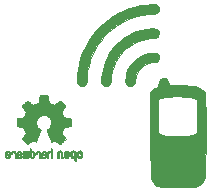
<source format=gbr>
G04 #@! TF.GenerationSoftware,KiCad,Pcbnew,5.1.10-1.fc33*
G04 #@! TF.CreationDate,2021-10-10T14:47:09-05:00*
G04 #@! TF.ProjectId,lvds_pmod,6c766473-5f70-46d6-9f64-2e6b69636164,A*
G04 #@! TF.SameCoordinates,Original*
G04 #@! TF.FileFunction,Legend,Bot*
G04 #@! TF.FilePolarity,Positive*
%FSLAX46Y46*%
G04 Gerber Fmt 4.6, Leading zero omitted, Abs format (unit mm)*
G04 Created by KiCad (PCBNEW 5.1.10-1.fc33) date 2021-10-10 14:47:09*
%MOMM*%
%LPD*%
G01*
G04 APERTURE LIST*
%ADD10C,0.010000*%
G04 APERTURE END LIST*
D10*
G36*
X150270434Y-90287021D02*
G01*
X150177230Y-90328817D01*
X150108911Y-90390670D01*
X150098331Y-90406759D01*
X150079344Y-90449199D01*
X150052450Y-90522430D01*
X150021113Y-90616467D01*
X149988794Y-90721322D01*
X149986235Y-90730000D01*
X149950460Y-90848089D01*
X149919664Y-90933725D01*
X149887732Y-90995308D01*
X149848550Y-91041238D01*
X149796003Y-91079918D01*
X149723978Y-91119747D01*
X149689959Y-91137067D01*
X149523134Y-91239732D01*
X149390568Y-91361063D01*
X149294355Y-91498590D01*
X149236590Y-91649840D01*
X149230240Y-91679367D01*
X149225818Y-91726113D01*
X149222416Y-91812296D01*
X149219986Y-91935034D01*
X149218481Y-92091443D01*
X149217856Y-92278643D01*
X149218062Y-92493749D01*
X149219054Y-92733878D01*
X149220783Y-92996150D01*
X149223204Y-93277680D01*
X149226269Y-93575586D01*
X149229931Y-93886986D01*
X149234144Y-94208996D01*
X149238861Y-94538735D01*
X149244034Y-94873319D01*
X149249617Y-95209866D01*
X149255563Y-95545493D01*
X149261825Y-95877318D01*
X149268355Y-96202458D01*
X149275109Y-96518031D01*
X149282037Y-96821153D01*
X149289094Y-97108942D01*
X149296232Y-97378515D01*
X149303405Y-97626990D01*
X149310565Y-97851484D01*
X149317666Y-98049115D01*
X149324661Y-98217000D01*
X149331503Y-98352256D01*
X149338145Y-98452000D01*
X149340946Y-98483431D01*
X149372619Y-98715727D01*
X149419451Y-98911384D01*
X149484667Y-99073513D01*
X149571491Y-99205221D01*
X149683149Y-99309620D01*
X149822866Y-99389818D01*
X149993868Y-99448925D01*
X150199379Y-99490051D01*
X150409523Y-99513687D01*
X150490393Y-99518357D01*
X150607780Y-99522317D01*
X150755877Y-99525570D01*
X150928874Y-99528119D01*
X151120962Y-99529965D01*
X151326332Y-99531111D01*
X151539175Y-99531559D01*
X151753682Y-99531313D01*
X151964044Y-99530375D01*
X152164453Y-99528747D01*
X152349098Y-99526432D01*
X152512171Y-99523432D01*
X152647863Y-99519750D01*
X152750364Y-99515388D01*
X152791032Y-99512655D01*
X153035302Y-99481965D01*
X153243279Y-99432742D01*
X153417284Y-99363808D01*
X153559639Y-99273981D01*
X153672664Y-99162083D01*
X153758680Y-99026933D01*
X153762745Y-99018654D01*
X153802720Y-98917169D01*
X153841068Y-98785200D01*
X153874945Y-98634580D01*
X153901504Y-98477142D01*
X153910787Y-98402917D01*
X153916645Y-98328170D01*
X153922345Y-98214365D01*
X153927856Y-98064777D01*
X153933146Y-97882681D01*
X153938182Y-97671352D01*
X153942934Y-97434066D01*
X153947369Y-97174096D01*
X153951456Y-96894720D01*
X153955162Y-96599211D01*
X153958457Y-96290844D01*
X153961309Y-95972896D01*
X153963685Y-95648640D01*
X153965555Y-95321352D01*
X153966885Y-94994306D01*
X153967646Y-94670779D01*
X153967804Y-94354046D01*
X153967328Y-94047380D01*
X153966186Y-93754058D01*
X153964348Y-93477354D01*
X153961780Y-93220543D01*
X153961347Y-93185334D01*
X153948684Y-92179917D01*
X153262017Y-92179917D01*
X153247129Y-93502834D01*
X153243972Y-93775254D01*
X153241022Y-94008560D01*
X153238160Y-94205969D01*
X153235269Y-94370700D01*
X153232233Y-94505970D01*
X153228935Y-94614997D01*
X153225257Y-94701000D01*
X153221082Y-94767195D01*
X153216294Y-94816800D01*
X153210776Y-94853034D01*
X153204410Y-94879115D01*
X153197079Y-94898260D01*
X153196328Y-94899834D01*
X153140501Y-94969894D01*
X153045189Y-95030695D01*
X152909958Y-95082382D01*
X152734372Y-95125104D01*
X152517998Y-95159007D01*
X152387833Y-95173334D01*
X152289208Y-95180059D01*
X152157944Y-95184823D01*
X152000813Y-95187725D01*
X151824589Y-95188865D01*
X151636045Y-95188345D01*
X151441951Y-95186263D01*
X151249082Y-95182720D01*
X151064210Y-95177817D01*
X150894107Y-95171654D01*
X150745546Y-95164330D01*
X150625299Y-95155947D01*
X150540139Y-95146604D01*
X150535750Y-95145929D01*
X150434970Y-95129015D01*
X150340216Y-95111324D01*
X150265689Y-95095585D01*
X150239416Y-95089014D01*
X150147856Y-95055699D01*
X150062706Y-95011028D01*
X149995024Y-94961932D01*
X149955863Y-94915343D01*
X149953399Y-94909713D01*
X149948578Y-94876616D01*
X149943935Y-94806023D01*
X149939508Y-94702335D01*
X149935335Y-94569953D01*
X149931454Y-94413279D01*
X149927902Y-94236716D01*
X149924717Y-94044663D01*
X149921938Y-93841524D01*
X149919601Y-93631699D01*
X149917745Y-93419590D01*
X149916407Y-93209599D01*
X149915626Y-93006127D01*
X149915439Y-92813576D01*
X149915884Y-92636348D01*
X149916999Y-92478844D01*
X149918821Y-92345466D01*
X149921389Y-92240615D01*
X149924740Y-92168692D01*
X149928912Y-92134101D01*
X149929538Y-92132535D01*
X149970848Y-92086152D01*
X150041811Y-92036143D01*
X150131000Y-91989110D01*
X150226989Y-91951652D01*
X150258626Y-91942408D01*
X150405849Y-91911279D01*
X150588248Y-91885290D01*
X150798967Y-91864543D01*
X151031149Y-91849141D01*
X151277938Y-91839187D01*
X151532478Y-91834782D01*
X151787911Y-91836031D01*
X152037383Y-91843034D01*
X152274036Y-91855895D01*
X152491013Y-91874717D01*
X152681459Y-91899602D01*
X152717473Y-91905613D01*
X152878138Y-91942184D01*
X153017804Y-91991014D01*
X153129433Y-92049102D01*
X153205989Y-92113444D01*
X153206810Y-92114413D01*
X153262017Y-92179917D01*
X153948684Y-92179917D01*
X153942018Y-91650750D01*
X153890820Y-91544917D01*
X153807051Y-91414030D01*
X153688866Y-91290504D01*
X153544182Y-91181641D01*
X153424162Y-91114549D01*
X153311905Y-91065240D01*
X153192039Y-91023224D01*
X153060470Y-90987979D01*
X152913107Y-90958981D01*
X152745855Y-90935706D01*
X152554621Y-90917633D01*
X152335312Y-90904237D01*
X152083835Y-90894996D01*
X151796096Y-90889387D01*
X151650563Y-90887883D01*
X151474567Y-90886296D01*
X151312414Y-90884474D01*
X151168856Y-90882498D01*
X151048643Y-90880448D01*
X150956524Y-90878407D01*
X150897250Y-90876454D01*
X150875574Y-90874675D01*
X150866903Y-90852877D01*
X150848141Y-90799507D01*
X150822290Y-90723250D01*
X150799942Y-90655917D01*
X150759746Y-90538270D01*
X150726075Y-90453779D01*
X150694255Y-90394777D01*
X150659610Y-90353595D01*
X150617466Y-90322565D01*
X150586276Y-90305448D01*
X150486266Y-90272988D01*
X150377216Y-90267628D01*
X150270434Y-90287021D01*
G37*
X150270434Y-90287021D02*
X150177230Y-90328817D01*
X150108911Y-90390670D01*
X150098331Y-90406759D01*
X150079344Y-90449199D01*
X150052450Y-90522430D01*
X150021113Y-90616467D01*
X149988794Y-90721322D01*
X149986235Y-90730000D01*
X149950460Y-90848089D01*
X149919664Y-90933725D01*
X149887732Y-90995308D01*
X149848550Y-91041238D01*
X149796003Y-91079918D01*
X149723978Y-91119747D01*
X149689959Y-91137067D01*
X149523134Y-91239732D01*
X149390568Y-91361063D01*
X149294355Y-91498590D01*
X149236590Y-91649840D01*
X149230240Y-91679367D01*
X149225818Y-91726113D01*
X149222416Y-91812296D01*
X149219986Y-91935034D01*
X149218481Y-92091443D01*
X149217856Y-92278643D01*
X149218062Y-92493749D01*
X149219054Y-92733878D01*
X149220783Y-92996150D01*
X149223204Y-93277680D01*
X149226269Y-93575586D01*
X149229931Y-93886986D01*
X149234144Y-94208996D01*
X149238861Y-94538735D01*
X149244034Y-94873319D01*
X149249617Y-95209866D01*
X149255563Y-95545493D01*
X149261825Y-95877318D01*
X149268355Y-96202458D01*
X149275109Y-96518031D01*
X149282037Y-96821153D01*
X149289094Y-97108942D01*
X149296232Y-97378515D01*
X149303405Y-97626990D01*
X149310565Y-97851484D01*
X149317666Y-98049115D01*
X149324661Y-98217000D01*
X149331503Y-98352256D01*
X149338145Y-98452000D01*
X149340946Y-98483431D01*
X149372619Y-98715727D01*
X149419451Y-98911384D01*
X149484667Y-99073513D01*
X149571491Y-99205221D01*
X149683149Y-99309620D01*
X149822866Y-99389818D01*
X149993868Y-99448925D01*
X150199379Y-99490051D01*
X150409523Y-99513687D01*
X150490393Y-99518357D01*
X150607780Y-99522317D01*
X150755877Y-99525570D01*
X150928874Y-99528119D01*
X151120962Y-99529965D01*
X151326332Y-99531111D01*
X151539175Y-99531559D01*
X151753682Y-99531313D01*
X151964044Y-99530375D01*
X152164453Y-99528747D01*
X152349098Y-99526432D01*
X152512171Y-99523432D01*
X152647863Y-99519750D01*
X152750364Y-99515388D01*
X152791032Y-99512655D01*
X153035302Y-99481965D01*
X153243279Y-99432742D01*
X153417284Y-99363808D01*
X153559639Y-99273981D01*
X153672664Y-99162083D01*
X153758680Y-99026933D01*
X153762745Y-99018654D01*
X153802720Y-98917169D01*
X153841068Y-98785200D01*
X153874945Y-98634580D01*
X153901504Y-98477142D01*
X153910787Y-98402917D01*
X153916645Y-98328170D01*
X153922345Y-98214365D01*
X153927856Y-98064777D01*
X153933146Y-97882681D01*
X153938182Y-97671352D01*
X153942934Y-97434066D01*
X153947369Y-97174096D01*
X153951456Y-96894720D01*
X153955162Y-96599211D01*
X153958457Y-96290844D01*
X153961309Y-95972896D01*
X153963685Y-95648640D01*
X153965555Y-95321352D01*
X153966885Y-94994306D01*
X153967646Y-94670779D01*
X153967804Y-94354046D01*
X153967328Y-94047380D01*
X153966186Y-93754058D01*
X153964348Y-93477354D01*
X153961780Y-93220543D01*
X153961347Y-93185334D01*
X153948684Y-92179917D01*
X153262017Y-92179917D01*
X153247129Y-93502834D01*
X153243972Y-93775254D01*
X153241022Y-94008560D01*
X153238160Y-94205969D01*
X153235269Y-94370700D01*
X153232233Y-94505970D01*
X153228935Y-94614997D01*
X153225257Y-94701000D01*
X153221082Y-94767195D01*
X153216294Y-94816800D01*
X153210776Y-94853034D01*
X153204410Y-94879115D01*
X153197079Y-94898260D01*
X153196328Y-94899834D01*
X153140501Y-94969894D01*
X153045189Y-95030695D01*
X152909958Y-95082382D01*
X152734372Y-95125104D01*
X152517998Y-95159007D01*
X152387833Y-95173334D01*
X152289208Y-95180059D01*
X152157944Y-95184823D01*
X152000813Y-95187725D01*
X151824589Y-95188865D01*
X151636045Y-95188345D01*
X151441951Y-95186263D01*
X151249082Y-95182720D01*
X151064210Y-95177817D01*
X150894107Y-95171654D01*
X150745546Y-95164330D01*
X150625299Y-95155947D01*
X150540139Y-95146604D01*
X150535750Y-95145929D01*
X150434970Y-95129015D01*
X150340216Y-95111324D01*
X150265689Y-95095585D01*
X150239416Y-95089014D01*
X150147856Y-95055699D01*
X150062706Y-95011028D01*
X149995024Y-94961932D01*
X149955863Y-94915343D01*
X149953399Y-94909713D01*
X149948578Y-94876616D01*
X149943935Y-94806023D01*
X149939508Y-94702335D01*
X149935335Y-94569953D01*
X149931454Y-94413279D01*
X149927902Y-94236716D01*
X149924717Y-94044663D01*
X149921938Y-93841524D01*
X149919601Y-93631699D01*
X149917745Y-93419590D01*
X149916407Y-93209599D01*
X149915626Y-93006127D01*
X149915439Y-92813576D01*
X149915884Y-92636348D01*
X149916999Y-92478844D01*
X149918821Y-92345466D01*
X149921389Y-92240615D01*
X149924740Y-92168692D01*
X149928912Y-92134101D01*
X149929538Y-92132535D01*
X149970848Y-92086152D01*
X150041811Y-92036143D01*
X150131000Y-91989110D01*
X150226989Y-91951652D01*
X150258626Y-91942408D01*
X150405849Y-91911279D01*
X150588248Y-91885290D01*
X150798967Y-91864543D01*
X151031149Y-91849141D01*
X151277938Y-91839187D01*
X151532478Y-91834782D01*
X151787911Y-91836031D01*
X152037383Y-91843034D01*
X152274036Y-91855895D01*
X152491013Y-91874717D01*
X152681459Y-91899602D01*
X152717473Y-91905613D01*
X152878138Y-91942184D01*
X153017804Y-91991014D01*
X153129433Y-92049102D01*
X153205989Y-92113444D01*
X153206810Y-92114413D01*
X153262017Y-92179917D01*
X153948684Y-92179917D01*
X153942018Y-91650750D01*
X153890820Y-91544917D01*
X153807051Y-91414030D01*
X153688866Y-91290504D01*
X153544182Y-91181641D01*
X153424162Y-91114549D01*
X153311905Y-91065240D01*
X153192039Y-91023224D01*
X153060470Y-90987979D01*
X152913107Y-90958981D01*
X152745855Y-90935706D01*
X152554621Y-90917633D01*
X152335312Y-90904237D01*
X152083835Y-90894996D01*
X151796096Y-90889387D01*
X151650563Y-90887883D01*
X151474567Y-90886296D01*
X151312414Y-90884474D01*
X151168856Y-90882498D01*
X151048643Y-90880448D01*
X150956524Y-90878407D01*
X150897250Y-90876454D01*
X150875574Y-90874675D01*
X150866903Y-90852877D01*
X150848141Y-90799507D01*
X150822290Y-90723250D01*
X150799942Y-90655917D01*
X150759746Y-90538270D01*
X150726075Y-90453779D01*
X150694255Y-90394777D01*
X150659610Y-90353595D01*
X150617466Y-90322565D01*
X150586276Y-90305448D01*
X150486266Y-90272988D01*
X150377216Y-90267628D01*
X150270434Y-90287021D01*
G36*
X149455021Y-88126671D02*
G01*
X149413916Y-88129604D01*
X149097905Y-88174581D01*
X148794885Y-88259528D01*
X148506751Y-88383565D01*
X148235394Y-88545811D01*
X147982708Y-88745384D01*
X147878102Y-88844621D01*
X147662792Y-89088287D01*
X147485988Y-89349524D01*
X147347557Y-89628605D01*
X147247366Y-89925803D01*
X147185284Y-90241391D01*
X147179924Y-90284480D01*
X147166163Y-90460852D01*
X147170461Y-90602951D01*
X147193209Y-90714973D01*
X147227174Y-90789400D01*
X147304901Y-90877256D01*
X147407839Y-90939395D01*
X147524476Y-90971169D01*
X147643304Y-90967929D01*
X147660085Y-90964264D01*
X147759566Y-90930020D01*
X147837417Y-90878486D01*
X147896961Y-90804468D01*
X147941520Y-90702776D01*
X147974417Y-90568219D01*
X147993318Y-90443535D01*
X148010074Y-90329302D01*
X148030821Y-90216410D01*
X148052658Y-90119441D01*
X148068923Y-90063250D01*
X148174509Y-89819386D01*
X148312864Y-89600154D01*
X148480894Y-89408036D01*
X148675502Y-89245513D01*
X148893595Y-89115065D01*
X149132077Y-89019175D01*
X149387854Y-88960323D01*
X149455606Y-88951526D01*
X149549387Y-88940630D01*
X149634186Y-88929736D01*
X149696019Y-88920676D01*
X149710250Y-88918160D01*
X149821149Y-88877271D01*
X149909275Y-88806993D01*
X149972506Y-88714894D01*
X150008718Y-88608541D01*
X150015788Y-88495501D01*
X149991592Y-88383341D01*
X149934006Y-88279629D01*
X149900190Y-88241243D01*
X149836994Y-88186803D01*
X149769577Y-88150122D01*
X149689241Y-88129205D01*
X149587289Y-88122053D01*
X149455021Y-88126671D01*
G37*
X149455021Y-88126671D02*
X149413916Y-88129604D01*
X149097905Y-88174581D01*
X148794885Y-88259528D01*
X148506751Y-88383565D01*
X148235394Y-88545811D01*
X147982708Y-88745384D01*
X147878102Y-88844621D01*
X147662792Y-89088287D01*
X147485988Y-89349524D01*
X147347557Y-89628605D01*
X147247366Y-89925803D01*
X147185284Y-90241391D01*
X147179924Y-90284480D01*
X147166163Y-90460852D01*
X147170461Y-90602951D01*
X147193209Y-90714973D01*
X147227174Y-90789400D01*
X147304901Y-90877256D01*
X147407839Y-90939395D01*
X147524476Y-90971169D01*
X147643304Y-90967929D01*
X147660085Y-90964264D01*
X147759566Y-90930020D01*
X147837417Y-90878486D01*
X147896961Y-90804468D01*
X147941520Y-90702776D01*
X147974417Y-90568219D01*
X147993318Y-90443535D01*
X148010074Y-90329302D01*
X148030821Y-90216410D01*
X148052658Y-90119441D01*
X148068923Y-90063250D01*
X148174509Y-89819386D01*
X148312864Y-89600154D01*
X148480894Y-89408036D01*
X148675502Y-89245513D01*
X148893595Y-89115065D01*
X149132077Y-89019175D01*
X149387854Y-88960323D01*
X149455606Y-88951526D01*
X149549387Y-88940630D01*
X149634186Y-88929736D01*
X149696019Y-88920676D01*
X149710250Y-88918160D01*
X149821149Y-88877271D01*
X149909275Y-88806993D01*
X149972506Y-88714894D01*
X150008718Y-88608541D01*
X150015788Y-88495501D01*
X149991592Y-88383341D01*
X149934006Y-88279629D01*
X149900190Y-88241243D01*
X149836994Y-88186803D01*
X149769577Y-88150122D01*
X149689241Y-88129205D01*
X149587289Y-88122053D01*
X149455021Y-88126671D01*
G36*
X149374044Y-86076599D02*
G01*
X149197062Y-86088621D01*
X149007249Y-86110448D01*
X148810199Y-86141779D01*
X148611506Y-86182317D01*
X148524916Y-86203014D01*
X148106217Y-86329209D01*
X147706574Y-86492638D01*
X147327697Y-86691918D01*
X146971296Y-86925666D01*
X146639081Y-87192501D01*
X146332763Y-87491040D01*
X146054052Y-87819899D01*
X145804657Y-88177697D01*
X145586290Y-88563051D01*
X145572938Y-88589566D01*
X145438450Y-88893569D01*
X145324180Y-89223012D01*
X145232989Y-89566316D01*
X145167737Y-89911899D01*
X145131285Y-90248181D01*
X145124846Y-90403606D01*
X145123736Y-90516104D01*
X145125837Y-90596620D01*
X145132412Y-90655460D01*
X145144727Y-90702931D01*
X145164046Y-90749338D01*
X145168401Y-90758447D01*
X145235890Y-90852037D01*
X145331092Y-90922235D01*
X145443801Y-90964468D01*
X145563810Y-90974166D01*
X145627947Y-90964292D01*
X145731430Y-90919200D01*
X145823274Y-90842280D01*
X145869539Y-90781236D01*
X145889074Y-90742853D01*
X145904721Y-90693692D01*
X145917922Y-90626140D01*
X145930118Y-90532586D01*
X145942751Y-90405415D01*
X145944614Y-90384740D01*
X145960182Y-90218881D01*
X145974873Y-90084800D01*
X145990311Y-89972016D01*
X146008120Y-89870047D01*
X146029924Y-89768414D01*
X146057347Y-89656633D01*
X146057552Y-89655833D01*
X146173133Y-89287605D01*
X146325778Y-88936826D01*
X146513041Y-88605824D01*
X146732473Y-88296925D01*
X146981628Y-88012455D01*
X147258057Y-87754740D01*
X147559313Y-87526107D01*
X147882949Y-87328883D01*
X148226517Y-87165393D01*
X148587569Y-87037964D01*
X148890864Y-86962837D01*
X149002447Y-86943309D01*
X149137904Y-86924097D01*
X149278824Y-86907614D01*
X149388280Y-86897618D01*
X149535290Y-86885170D01*
X149647187Y-86871919D01*
X149731178Y-86855946D01*
X149794469Y-86835335D01*
X149844267Y-86808168D01*
X149887779Y-86772528D01*
X149898798Y-86761791D01*
X149972575Y-86663142D01*
X150009164Y-86549516D01*
X150010774Y-86419682D01*
X149981298Y-86298275D01*
X149917985Y-86199230D01*
X149841807Y-86132542D01*
X149772078Y-86102353D01*
X149667146Y-86083166D01*
X149532604Y-86074681D01*
X149374044Y-86076599D01*
G37*
X149374044Y-86076599D02*
X149197062Y-86088621D01*
X149007249Y-86110448D01*
X148810199Y-86141779D01*
X148611506Y-86182317D01*
X148524916Y-86203014D01*
X148106217Y-86329209D01*
X147706574Y-86492638D01*
X147327697Y-86691918D01*
X146971296Y-86925666D01*
X146639081Y-87192501D01*
X146332763Y-87491040D01*
X146054052Y-87819899D01*
X145804657Y-88177697D01*
X145586290Y-88563051D01*
X145572938Y-88589566D01*
X145438450Y-88893569D01*
X145324180Y-89223012D01*
X145232989Y-89566316D01*
X145167737Y-89911899D01*
X145131285Y-90248181D01*
X145124846Y-90403606D01*
X145123736Y-90516104D01*
X145125837Y-90596620D01*
X145132412Y-90655460D01*
X145144727Y-90702931D01*
X145164046Y-90749338D01*
X145168401Y-90758447D01*
X145235890Y-90852037D01*
X145331092Y-90922235D01*
X145443801Y-90964468D01*
X145563810Y-90974166D01*
X145627947Y-90964292D01*
X145731430Y-90919200D01*
X145823274Y-90842280D01*
X145869539Y-90781236D01*
X145889074Y-90742853D01*
X145904721Y-90693692D01*
X145917922Y-90626140D01*
X145930118Y-90532586D01*
X145942751Y-90405415D01*
X145944614Y-90384740D01*
X145960182Y-90218881D01*
X145974873Y-90084800D01*
X145990311Y-89972016D01*
X146008120Y-89870047D01*
X146029924Y-89768414D01*
X146057347Y-89656633D01*
X146057552Y-89655833D01*
X146173133Y-89287605D01*
X146325778Y-88936826D01*
X146513041Y-88605824D01*
X146732473Y-88296925D01*
X146981628Y-88012455D01*
X147258057Y-87754740D01*
X147559313Y-87526107D01*
X147882949Y-87328883D01*
X148226517Y-87165393D01*
X148587569Y-87037964D01*
X148890864Y-86962837D01*
X149002447Y-86943309D01*
X149137904Y-86924097D01*
X149278824Y-86907614D01*
X149388280Y-86897618D01*
X149535290Y-86885170D01*
X149647187Y-86871919D01*
X149731178Y-86855946D01*
X149794469Y-86835335D01*
X149844267Y-86808168D01*
X149887779Y-86772528D01*
X149898798Y-86761791D01*
X149972575Y-86663142D01*
X150009164Y-86549516D01*
X150010774Y-86419682D01*
X149981298Y-86298275D01*
X149917985Y-86199230D01*
X149841807Y-86132542D01*
X149772078Y-86102353D01*
X149667146Y-86083166D01*
X149532604Y-86074681D01*
X149374044Y-86076599D01*
G36*
X149394353Y-84035669D02*
G01*
X148906958Y-84063230D01*
X148420287Y-84131866D01*
X147937311Y-84240380D01*
X147461003Y-84387571D01*
X146994333Y-84572243D01*
X146540273Y-84793196D01*
X146101797Y-85049232D01*
X145681874Y-85339152D01*
X145283478Y-85661760D01*
X145218093Y-85719778D01*
X144862904Y-86066165D01*
X144535598Y-86440217D01*
X144237664Y-86838707D01*
X143970594Y-87258405D01*
X143735878Y-87696084D01*
X143535007Y-88148514D01*
X143369471Y-88612467D01*
X143240762Y-89084714D01*
X143150369Y-89562028D01*
X143099784Y-90041179D01*
X143089132Y-90330909D01*
X143085083Y-90725567D01*
X143150827Y-90807159D01*
X143249686Y-90900669D01*
X143363402Y-90957581D01*
X143486250Y-90975773D01*
X143574781Y-90964292D01*
X143675872Y-90921021D01*
X143766678Y-90848853D01*
X143835505Y-90758923D01*
X143865362Y-90687667D01*
X143871453Y-90648858D01*
X143879011Y-90576393D01*
X143887278Y-90478893D01*
X143895494Y-90364977D01*
X143899859Y-90296084D01*
X143910276Y-90152364D01*
X143924491Y-89996807D01*
X143940800Y-89846192D01*
X143957497Y-89717296D01*
X143961160Y-89692834D01*
X144055654Y-89216993D01*
X144188556Y-88756222D01*
X144358099Y-88312280D01*
X144562516Y-87886923D01*
X144800041Y-87481907D01*
X145068907Y-87098991D01*
X145367347Y-86739931D01*
X145693595Y-86406485D01*
X146045883Y-86100408D01*
X146422444Y-85823460D01*
X146821513Y-85577396D01*
X147241322Y-85363974D01*
X147680105Y-85184950D01*
X148136095Y-85042083D01*
X148607524Y-84937129D01*
X148769698Y-84910589D01*
X148900841Y-84893254D01*
X149056165Y-84876121D01*
X149217549Y-84861011D01*
X149366871Y-84849747D01*
X149387384Y-84848485D01*
X149538496Y-84837909D01*
X149654539Y-84824894D01*
X149742777Y-84807086D01*
X149810476Y-84782132D01*
X149864900Y-84747676D01*
X149913313Y-84701366D01*
X149940628Y-84669227D01*
X149981396Y-84608521D01*
X150003481Y-84542854D01*
X150013006Y-84465521D01*
X150004904Y-84329278D01*
X149959771Y-84213051D01*
X149878040Y-84117793D01*
X149843400Y-84091321D01*
X149755789Y-84030750D01*
X149394353Y-84035669D01*
G37*
X149394353Y-84035669D02*
X148906958Y-84063230D01*
X148420287Y-84131866D01*
X147937311Y-84240380D01*
X147461003Y-84387571D01*
X146994333Y-84572243D01*
X146540273Y-84793196D01*
X146101797Y-85049232D01*
X145681874Y-85339152D01*
X145283478Y-85661760D01*
X145218093Y-85719778D01*
X144862904Y-86066165D01*
X144535598Y-86440217D01*
X144237664Y-86838707D01*
X143970594Y-87258405D01*
X143735878Y-87696084D01*
X143535007Y-88148514D01*
X143369471Y-88612467D01*
X143240762Y-89084714D01*
X143150369Y-89562028D01*
X143099784Y-90041179D01*
X143089132Y-90330909D01*
X143085083Y-90725567D01*
X143150827Y-90807159D01*
X143249686Y-90900669D01*
X143363402Y-90957581D01*
X143486250Y-90975773D01*
X143574781Y-90964292D01*
X143675872Y-90921021D01*
X143766678Y-90848853D01*
X143835505Y-90758923D01*
X143865362Y-90687667D01*
X143871453Y-90648858D01*
X143879011Y-90576393D01*
X143887278Y-90478893D01*
X143895494Y-90364977D01*
X143899859Y-90296084D01*
X143910276Y-90152364D01*
X143924491Y-89996807D01*
X143940800Y-89846192D01*
X143957497Y-89717296D01*
X143961160Y-89692834D01*
X144055654Y-89216993D01*
X144188556Y-88756222D01*
X144358099Y-88312280D01*
X144562516Y-87886923D01*
X144800041Y-87481907D01*
X145068907Y-87098991D01*
X145367347Y-86739931D01*
X145693595Y-86406485D01*
X146045883Y-86100408D01*
X146422444Y-85823460D01*
X146821513Y-85577396D01*
X147241322Y-85363974D01*
X147680105Y-85184950D01*
X148136095Y-85042083D01*
X148607524Y-84937129D01*
X148769698Y-84910589D01*
X148900841Y-84893254D01*
X149056165Y-84876121D01*
X149217549Y-84861011D01*
X149366871Y-84849747D01*
X149387384Y-84848485D01*
X149538496Y-84837909D01*
X149654539Y-84824894D01*
X149742777Y-84807086D01*
X149810476Y-84782132D01*
X149864900Y-84747676D01*
X149913313Y-84701366D01*
X149940628Y-84669227D01*
X149981396Y-84608521D01*
X150003481Y-84542854D01*
X150013006Y-84465521D01*
X150004904Y-84329278D01*
X149959771Y-84213051D01*
X149878040Y-84117793D01*
X149843400Y-84091321D01*
X149755789Y-84030750D01*
X149394353Y-84035669D01*
G36*
X140146090Y-91742348D02*
G01*
X140067546Y-91742778D01*
X140010702Y-91743942D01*
X139971895Y-91746207D01*
X139947462Y-91749940D01*
X139933738Y-91755506D01*
X139927060Y-91763273D01*
X139923764Y-91773605D01*
X139923444Y-91774943D01*
X139918438Y-91799079D01*
X139909171Y-91846701D01*
X139896608Y-91912741D01*
X139881713Y-91992128D01*
X139865449Y-92079796D01*
X139864881Y-92082875D01*
X139848590Y-92168789D01*
X139833348Y-92244696D01*
X139820139Y-92306045D01*
X139809946Y-92348282D01*
X139803752Y-92366855D01*
X139803457Y-92367184D01*
X139785212Y-92376253D01*
X139747595Y-92391367D01*
X139698729Y-92409262D01*
X139698457Y-92409358D01*
X139636907Y-92432493D01*
X139564343Y-92461965D01*
X139495943Y-92491597D01*
X139492706Y-92493062D01*
X139381298Y-92543626D01*
X139134601Y-92375160D01*
X139058923Y-92323803D01*
X138990369Y-92277889D01*
X138932912Y-92240030D01*
X138890524Y-92212837D01*
X138867175Y-92198921D01*
X138864958Y-92197889D01*
X138847990Y-92202484D01*
X138816299Y-92224655D01*
X138768648Y-92265447D01*
X138703802Y-92325905D01*
X138637603Y-92390227D01*
X138573786Y-92453612D01*
X138516671Y-92511451D01*
X138469695Y-92560175D01*
X138436297Y-92596210D01*
X138419915Y-92615984D01*
X138419306Y-92617002D01*
X138417495Y-92630572D01*
X138424317Y-92652733D01*
X138441460Y-92686478D01*
X138470607Y-92734800D01*
X138513445Y-92800692D01*
X138570552Y-92885517D01*
X138621234Y-92960177D01*
X138666539Y-93027140D01*
X138703850Y-93082516D01*
X138730548Y-93122420D01*
X138744015Y-93142962D01*
X138744863Y-93144356D01*
X138743219Y-93164038D01*
X138730755Y-93202293D01*
X138709952Y-93251889D01*
X138702538Y-93267728D01*
X138670186Y-93338290D01*
X138635672Y-93418353D01*
X138607635Y-93487629D01*
X138587432Y-93539045D01*
X138571385Y-93578119D01*
X138562112Y-93598541D01*
X138560959Y-93600114D01*
X138543904Y-93602721D01*
X138503702Y-93609863D01*
X138445698Y-93620523D01*
X138375237Y-93633685D01*
X138297665Y-93648333D01*
X138218328Y-93663449D01*
X138142569Y-93678018D01*
X138075736Y-93691022D01*
X138023172Y-93701445D01*
X137990224Y-93708270D01*
X137982143Y-93710199D01*
X137973795Y-93714962D01*
X137967494Y-93725718D01*
X137962955Y-93746098D01*
X137959896Y-93779734D01*
X137958033Y-93830255D01*
X137957082Y-93901292D01*
X137956760Y-93996476D01*
X137956743Y-94035492D01*
X137956743Y-94352799D01*
X138032943Y-94367839D01*
X138075337Y-94375995D01*
X138138600Y-94387899D01*
X138215038Y-94402116D01*
X138296957Y-94417210D01*
X138319600Y-94421355D01*
X138395194Y-94436053D01*
X138461047Y-94450505D01*
X138511634Y-94463375D01*
X138541426Y-94473322D01*
X138546388Y-94476287D01*
X138558574Y-94497283D01*
X138576047Y-94537967D01*
X138595423Y-94590322D01*
X138599266Y-94601600D01*
X138624661Y-94671523D01*
X138656183Y-94750418D01*
X138687031Y-94821266D01*
X138687183Y-94821595D01*
X138738553Y-94932733D01*
X138569601Y-95181253D01*
X138400648Y-95429772D01*
X138617571Y-95647058D01*
X138683181Y-95711726D01*
X138743021Y-95768733D01*
X138793733Y-95815033D01*
X138831954Y-95847584D01*
X138854325Y-95863343D01*
X138857534Y-95864343D01*
X138876374Y-95856469D01*
X138914820Y-95834578D01*
X138968670Y-95801267D01*
X139033724Y-95759131D01*
X139104060Y-95711943D01*
X139175445Y-95663810D01*
X139239092Y-95621928D01*
X139290959Y-95588871D01*
X139327005Y-95567218D01*
X139343133Y-95559543D01*
X139362811Y-95566037D01*
X139400125Y-95583150D01*
X139447379Y-95607326D01*
X139452388Y-95610013D01*
X139516023Y-95641927D01*
X139559659Y-95657579D01*
X139586798Y-95657745D01*
X139600943Y-95643204D01*
X139601025Y-95643000D01*
X139608095Y-95625779D01*
X139624958Y-95584899D01*
X139650305Y-95523525D01*
X139682829Y-95444819D01*
X139721222Y-95351947D01*
X139764178Y-95248072D01*
X139805778Y-95147502D01*
X139851496Y-95036516D01*
X139893474Y-94933703D01*
X139930452Y-94842215D01*
X139961173Y-94765201D01*
X139984378Y-94705815D01*
X139998810Y-94667209D01*
X140003257Y-94652800D01*
X139992104Y-94636272D01*
X139962931Y-94609930D01*
X139924029Y-94580887D01*
X139813243Y-94489039D01*
X139726649Y-94383759D01*
X139665284Y-94267266D01*
X139630185Y-94141776D01*
X139622392Y-94009507D01*
X139628057Y-93948457D01*
X139658922Y-93821795D01*
X139712080Y-93709941D01*
X139784233Y-93614001D01*
X139872083Y-93535076D01*
X139972335Y-93474270D01*
X140081690Y-93432687D01*
X140196853Y-93411428D01*
X140314525Y-93411599D01*
X140431410Y-93434301D01*
X140544211Y-93480638D01*
X140649631Y-93551713D01*
X140693632Y-93591911D01*
X140778021Y-93695129D01*
X140836778Y-93807925D01*
X140870296Y-93927010D01*
X140878965Y-94049095D01*
X140863177Y-94170893D01*
X140823322Y-94289116D01*
X140759793Y-94400475D01*
X140672979Y-94501684D01*
X140575971Y-94580887D01*
X140535563Y-94611162D01*
X140507018Y-94637219D01*
X140496743Y-94652825D01*
X140502123Y-94669843D01*
X140517425Y-94710500D01*
X140541388Y-94771642D01*
X140572756Y-94850119D01*
X140610268Y-94942780D01*
X140652667Y-95046472D01*
X140694337Y-95147526D01*
X140740310Y-95258607D01*
X140782893Y-95361541D01*
X140820779Y-95453165D01*
X140852660Y-95530316D01*
X140877229Y-95589831D01*
X140893180Y-95628544D01*
X140899090Y-95643000D01*
X140913052Y-95657685D01*
X140940060Y-95657642D01*
X140983587Y-95642099D01*
X141047110Y-95610284D01*
X141047612Y-95610013D01*
X141095440Y-95585323D01*
X141134103Y-95567338D01*
X141155905Y-95559614D01*
X141156867Y-95559543D01*
X141173279Y-95567378D01*
X141209513Y-95589165D01*
X141261526Y-95622328D01*
X141325275Y-95664291D01*
X141395940Y-95711943D01*
X141467884Y-95760191D01*
X141532726Y-95802151D01*
X141586265Y-95835227D01*
X141624303Y-95856821D01*
X141642467Y-95864343D01*
X141659192Y-95854457D01*
X141692820Y-95826826D01*
X141739990Y-95784495D01*
X141797342Y-95730505D01*
X141861516Y-95667899D01*
X141882503Y-95646983D01*
X142099501Y-95429623D01*
X141934332Y-95187220D01*
X141884136Y-95112781D01*
X141840081Y-95045972D01*
X141804638Y-94990665D01*
X141780281Y-94950729D01*
X141769478Y-94930036D01*
X141769162Y-94928563D01*
X141774857Y-94909058D01*
X141790174Y-94869822D01*
X141812463Y-94817430D01*
X141828107Y-94782355D01*
X141857359Y-94715201D01*
X141884906Y-94647358D01*
X141906263Y-94590034D01*
X141912065Y-94572572D01*
X141928548Y-94525938D01*
X141944660Y-94489905D01*
X141953510Y-94476287D01*
X141973040Y-94467952D01*
X142015666Y-94456137D01*
X142075855Y-94442181D01*
X142148078Y-94427422D01*
X142180400Y-94421355D01*
X142262478Y-94406273D01*
X142341205Y-94391669D01*
X142408891Y-94378980D01*
X142457840Y-94369642D01*
X142467057Y-94367839D01*
X142543257Y-94352799D01*
X142543257Y-94035492D01*
X142543086Y-93931154D01*
X142542384Y-93852213D01*
X142540866Y-93795038D01*
X142538251Y-93755999D01*
X142534254Y-93731465D01*
X142528591Y-93717805D01*
X142520980Y-93711389D01*
X142517857Y-93710199D01*
X142499022Y-93705980D01*
X142457412Y-93697562D01*
X142398370Y-93685961D01*
X142327243Y-93672195D01*
X142249375Y-93657280D01*
X142170113Y-93642232D01*
X142094802Y-93628069D01*
X142028787Y-93615806D01*
X141977413Y-93606461D01*
X141946025Y-93601050D01*
X141939041Y-93600114D01*
X141932715Y-93587596D01*
X141918710Y-93554246D01*
X141899645Y-93506377D01*
X141892366Y-93487629D01*
X141863004Y-93415195D01*
X141828429Y-93335170D01*
X141797463Y-93267728D01*
X141774677Y-93216159D01*
X141759518Y-93173785D01*
X141754458Y-93147834D01*
X141755264Y-93144356D01*
X141765959Y-93127936D01*
X141790380Y-93091417D01*
X141825905Y-93038687D01*
X141869913Y-92973635D01*
X141919783Y-92900151D01*
X141929644Y-92885645D01*
X141987508Y-92799704D01*
X142030044Y-92734261D01*
X142058946Y-92686304D01*
X142075910Y-92652820D01*
X142082633Y-92630795D01*
X142080810Y-92617217D01*
X142080764Y-92617131D01*
X142066414Y-92599297D01*
X142034677Y-92564817D01*
X141988990Y-92517268D01*
X141932796Y-92460222D01*
X141869532Y-92397255D01*
X141862398Y-92390227D01*
X141782670Y-92313020D01*
X141721143Y-92256330D01*
X141676579Y-92219110D01*
X141647743Y-92200315D01*
X141635042Y-92197889D01*
X141616506Y-92208471D01*
X141578039Y-92232916D01*
X141523614Y-92268612D01*
X141457202Y-92312947D01*
X141382775Y-92363311D01*
X141365399Y-92375160D01*
X141118703Y-92543626D01*
X141007294Y-92493062D01*
X140939543Y-92463595D01*
X140866817Y-92433959D01*
X140804297Y-92410330D01*
X140801543Y-92409358D01*
X140752640Y-92391457D01*
X140714943Y-92376320D01*
X140696575Y-92367210D01*
X140696544Y-92367184D01*
X140690715Y-92350717D01*
X140680808Y-92310219D01*
X140667805Y-92250242D01*
X140652691Y-92175340D01*
X140636448Y-92090064D01*
X140635119Y-92082875D01*
X140618825Y-91995014D01*
X140603867Y-91915260D01*
X140591209Y-91848681D01*
X140581814Y-91800347D01*
X140576646Y-91775325D01*
X140576556Y-91774943D01*
X140573411Y-91764299D01*
X140567296Y-91756262D01*
X140554547Y-91750467D01*
X140531500Y-91746547D01*
X140494491Y-91744135D01*
X140439856Y-91742865D01*
X140363933Y-91742371D01*
X140263056Y-91742286D01*
X140250000Y-91742286D01*
X140146090Y-91742348D01*
G37*
X140146090Y-91742348D02*
X140067546Y-91742778D01*
X140010702Y-91743942D01*
X139971895Y-91746207D01*
X139947462Y-91749940D01*
X139933738Y-91755506D01*
X139927060Y-91763273D01*
X139923764Y-91773605D01*
X139923444Y-91774943D01*
X139918438Y-91799079D01*
X139909171Y-91846701D01*
X139896608Y-91912741D01*
X139881713Y-91992128D01*
X139865449Y-92079796D01*
X139864881Y-92082875D01*
X139848590Y-92168789D01*
X139833348Y-92244696D01*
X139820139Y-92306045D01*
X139809946Y-92348282D01*
X139803752Y-92366855D01*
X139803457Y-92367184D01*
X139785212Y-92376253D01*
X139747595Y-92391367D01*
X139698729Y-92409262D01*
X139698457Y-92409358D01*
X139636907Y-92432493D01*
X139564343Y-92461965D01*
X139495943Y-92491597D01*
X139492706Y-92493062D01*
X139381298Y-92543626D01*
X139134601Y-92375160D01*
X139058923Y-92323803D01*
X138990369Y-92277889D01*
X138932912Y-92240030D01*
X138890524Y-92212837D01*
X138867175Y-92198921D01*
X138864958Y-92197889D01*
X138847990Y-92202484D01*
X138816299Y-92224655D01*
X138768648Y-92265447D01*
X138703802Y-92325905D01*
X138637603Y-92390227D01*
X138573786Y-92453612D01*
X138516671Y-92511451D01*
X138469695Y-92560175D01*
X138436297Y-92596210D01*
X138419915Y-92615984D01*
X138419306Y-92617002D01*
X138417495Y-92630572D01*
X138424317Y-92652733D01*
X138441460Y-92686478D01*
X138470607Y-92734800D01*
X138513445Y-92800692D01*
X138570552Y-92885517D01*
X138621234Y-92960177D01*
X138666539Y-93027140D01*
X138703850Y-93082516D01*
X138730548Y-93122420D01*
X138744015Y-93142962D01*
X138744863Y-93144356D01*
X138743219Y-93164038D01*
X138730755Y-93202293D01*
X138709952Y-93251889D01*
X138702538Y-93267728D01*
X138670186Y-93338290D01*
X138635672Y-93418353D01*
X138607635Y-93487629D01*
X138587432Y-93539045D01*
X138571385Y-93578119D01*
X138562112Y-93598541D01*
X138560959Y-93600114D01*
X138543904Y-93602721D01*
X138503702Y-93609863D01*
X138445698Y-93620523D01*
X138375237Y-93633685D01*
X138297665Y-93648333D01*
X138218328Y-93663449D01*
X138142569Y-93678018D01*
X138075736Y-93691022D01*
X138023172Y-93701445D01*
X137990224Y-93708270D01*
X137982143Y-93710199D01*
X137973795Y-93714962D01*
X137967494Y-93725718D01*
X137962955Y-93746098D01*
X137959896Y-93779734D01*
X137958033Y-93830255D01*
X137957082Y-93901292D01*
X137956760Y-93996476D01*
X137956743Y-94035492D01*
X137956743Y-94352799D01*
X138032943Y-94367839D01*
X138075337Y-94375995D01*
X138138600Y-94387899D01*
X138215038Y-94402116D01*
X138296957Y-94417210D01*
X138319600Y-94421355D01*
X138395194Y-94436053D01*
X138461047Y-94450505D01*
X138511634Y-94463375D01*
X138541426Y-94473322D01*
X138546388Y-94476287D01*
X138558574Y-94497283D01*
X138576047Y-94537967D01*
X138595423Y-94590322D01*
X138599266Y-94601600D01*
X138624661Y-94671523D01*
X138656183Y-94750418D01*
X138687031Y-94821266D01*
X138687183Y-94821595D01*
X138738553Y-94932733D01*
X138569601Y-95181253D01*
X138400648Y-95429772D01*
X138617571Y-95647058D01*
X138683181Y-95711726D01*
X138743021Y-95768733D01*
X138793733Y-95815033D01*
X138831954Y-95847584D01*
X138854325Y-95863343D01*
X138857534Y-95864343D01*
X138876374Y-95856469D01*
X138914820Y-95834578D01*
X138968670Y-95801267D01*
X139033724Y-95759131D01*
X139104060Y-95711943D01*
X139175445Y-95663810D01*
X139239092Y-95621928D01*
X139290959Y-95588871D01*
X139327005Y-95567218D01*
X139343133Y-95559543D01*
X139362811Y-95566037D01*
X139400125Y-95583150D01*
X139447379Y-95607326D01*
X139452388Y-95610013D01*
X139516023Y-95641927D01*
X139559659Y-95657579D01*
X139586798Y-95657745D01*
X139600943Y-95643204D01*
X139601025Y-95643000D01*
X139608095Y-95625779D01*
X139624958Y-95584899D01*
X139650305Y-95523525D01*
X139682829Y-95444819D01*
X139721222Y-95351947D01*
X139764178Y-95248072D01*
X139805778Y-95147502D01*
X139851496Y-95036516D01*
X139893474Y-94933703D01*
X139930452Y-94842215D01*
X139961173Y-94765201D01*
X139984378Y-94705815D01*
X139998810Y-94667209D01*
X140003257Y-94652800D01*
X139992104Y-94636272D01*
X139962931Y-94609930D01*
X139924029Y-94580887D01*
X139813243Y-94489039D01*
X139726649Y-94383759D01*
X139665284Y-94267266D01*
X139630185Y-94141776D01*
X139622392Y-94009507D01*
X139628057Y-93948457D01*
X139658922Y-93821795D01*
X139712080Y-93709941D01*
X139784233Y-93614001D01*
X139872083Y-93535076D01*
X139972335Y-93474270D01*
X140081690Y-93432687D01*
X140196853Y-93411428D01*
X140314525Y-93411599D01*
X140431410Y-93434301D01*
X140544211Y-93480638D01*
X140649631Y-93551713D01*
X140693632Y-93591911D01*
X140778021Y-93695129D01*
X140836778Y-93807925D01*
X140870296Y-93927010D01*
X140878965Y-94049095D01*
X140863177Y-94170893D01*
X140823322Y-94289116D01*
X140759793Y-94400475D01*
X140672979Y-94501684D01*
X140575971Y-94580887D01*
X140535563Y-94611162D01*
X140507018Y-94637219D01*
X140496743Y-94652825D01*
X140502123Y-94669843D01*
X140517425Y-94710500D01*
X140541388Y-94771642D01*
X140572756Y-94850119D01*
X140610268Y-94942780D01*
X140652667Y-95046472D01*
X140694337Y-95147526D01*
X140740310Y-95258607D01*
X140782893Y-95361541D01*
X140820779Y-95453165D01*
X140852660Y-95530316D01*
X140877229Y-95589831D01*
X140893180Y-95628544D01*
X140899090Y-95643000D01*
X140913052Y-95657685D01*
X140940060Y-95657642D01*
X140983587Y-95642099D01*
X141047110Y-95610284D01*
X141047612Y-95610013D01*
X141095440Y-95585323D01*
X141134103Y-95567338D01*
X141155905Y-95559614D01*
X141156867Y-95559543D01*
X141173279Y-95567378D01*
X141209513Y-95589165D01*
X141261526Y-95622328D01*
X141325275Y-95664291D01*
X141395940Y-95711943D01*
X141467884Y-95760191D01*
X141532726Y-95802151D01*
X141586265Y-95835227D01*
X141624303Y-95856821D01*
X141642467Y-95864343D01*
X141659192Y-95854457D01*
X141692820Y-95826826D01*
X141739990Y-95784495D01*
X141797342Y-95730505D01*
X141861516Y-95667899D01*
X141882503Y-95646983D01*
X142099501Y-95429623D01*
X141934332Y-95187220D01*
X141884136Y-95112781D01*
X141840081Y-95045972D01*
X141804638Y-94990665D01*
X141780281Y-94950729D01*
X141769478Y-94930036D01*
X141769162Y-94928563D01*
X141774857Y-94909058D01*
X141790174Y-94869822D01*
X141812463Y-94817430D01*
X141828107Y-94782355D01*
X141857359Y-94715201D01*
X141884906Y-94647358D01*
X141906263Y-94590034D01*
X141912065Y-94572572D01*
X141928548Y-94525938D01*
X141944660Y-94489905D01*
X141953510Y-94476287D01*
X141973040Y-94467952D01*
X142015666Y-94456137D01*
X142075855Y-94442181D01*
X142148078Y-94427422D01*
X142180400Y-94421355D01*
X142262478Y-94406273D01*
X142341205Y-94391669D01*
X142408891Y-94378980D01*
X142457840Y-94369642D01*
X142467057Y-94367839D01*
X142543257Y-94352799D01*
X142543257Y-94035492D01*
X142543086Y-93931154D01*
X142542384Y-93852213D01*
X142540866Y-93795038D01*
X142538251Y-93755999D01*
X142534254Y-93731465D01*
X142528591Y-93717805D01*
X142520980Y-93711389D01*
X142517857Y-93710199D01*
X142499022Y-93705980D01*
X142457412Y-93697562D01*
X142398370Y-93685961D01*
X142327243Y-93672195D01*
X142249375Y-93657280D01*
X142170113Y-93642232D01*
X142094802Y-93628069D01*
X142028787Y-93615806D01*
X141977413Y-93606461D01*
X141946025Y-93601050D01*
X141939041Y-93600114D01*
X141932715Y-93587596D01*
X141918710Y-93554246D01*
X141899645Y-93506377D01*
X141892366Y-93487629D01*
X141863004Y-93415195D01*
X141828429Y-93335170D01*
X141797463Y-93267728D01*
X141774677Y-93216159D01*
X141759518Y-93173785D01*
X141754458Y-93147834D01*
X141755264Y-93144356D01*
X141765959Y-93127936D01*
X141790380Y-93091417D01*
X141825905Y-93038687D01*
X141869913Y-92973635D01*
X141919783Y-92900151D01*
X141929644Y-92885645D01*
X141987508Y-92799704D01*
X142030044Y-92734261D01*
X142058946Y-92686304D01*
X142075910Y-92652820D01*
X142082633Y-92630795D01*
X142080810Y-92617217D01*
X142080764Y-92617131D01*
X142066414Y-92599297D01*
X142034677Y-92564817D01*
X141988990Y-92517268D01*
X141932796Y-92460222D01*
X141869532Y-92397255D01*
X141862398Y-92390227D01*
X141782670Y-92313020D01*
X141721143Y-92256330D01*
X141676579Y-92219110D01*
X141647743Y-92200315D01*
X141635042Y-92197889D01*
X141616506Y-92208471D01*
X141578039Y-92232916D01*
X141523614Y-92268612D01*
X141457202Y-92312947D01*
X141382775Y-92363311D01*
X141365399Y-92375160D01*
X141118703Y-92543626D01*
X141007294Y-92493062D01*
X140939543Y-92463595D01*
X140866817Y-92433959D01*
X140804297Y-92410330D01*
X140801543Y-92409358D01*
X140752640Y-92391457D01*
X140714943Y-92376320D01*
X140696575Y-92367210D01*
X140696544Y-92367184D01*
X140690715Y-92350717D01*
X140680808Y-92310219D01*
X140667805Y-92250242D01*
X140652691Y-92175340D01*
X140636448Y-92090064D01*
X140635119Y-92082875D01*
X140618825Y-91995014D01*
X140603867Y-91915260D01*
X140591209Y-91848681D01*
X140581814Y-91800347D01*
X140576646Y-91775325D01*
X140576556Y-91774943D01*
X140573411Y-91764299D01*
X140567296Y-91756262D01*
X140554547Y-91750467D01*
X140531500Y-91746547D01*
X140494491Y-91744135D01*
X140439856Y-91742865D01*
X140363933Y-91742371D01*
X140263056Y-91742286D01*
X140250000Y-91742286D01*
X140146090Y-91742348D01*
G36*
X137096405Y-96466966D02*
G01*
X137038979Y-96504497D01*
X137011281Y-96538096D01*
X136989338Y-96599064D01*
X136987595Y-96647308D01*
X136991543Y-96711816D01*
X137140314Y-96776934D01*
X137212651Y-96810202D01*
X137259916Y-96836964D01*
X137284493Y-96860144D01*
X137288763Y-96882667D01*
X137275111Y-96907455D01*
X137260057Y-96923886D01*
X137216254Y-96950235D01*
X137168611Y-96952081D01*
X137124855Y-96931546D01*
X137092711Y-96890752D01*
X137086962Y-96876347D01*
X137059424Y-96831356D01*
X137027742Y-96812182D01*
X136984286Y-96795779D01*
X136984286Y-96857966D01*
X136988128Y-96900283D01*
X137003177Y-96935969D01*
X137034720Y-96976943D01*
X137039408Y-96982267D01*
X137074494Y-97018720D01*
X137104653Y-97038283D01*
X137142385Y-97047283D01*
X137173665Y-97050230D01*
X137229615Y-97050965D01*
X137269445Y-97041660D01*
X137294292Y-97027846D01*
X137333344Y-96997467D01*
X137360375Y-96964613D01*
X137377483Y-96923294D01*
X137386762Y-96867521D01*
X137390307Y-96791305D01*
X137390590Y-96752622D01*
X137389628Y-96706247D01*
X137301993Y-96706247D01*
X137300977Y-96731126D01*
X137298444Y-96735200D01*
X137281726Y-96729665D01*
X137245751Y-96715017D01*
X137197669Y-96694190D01*
X137187614Y-96689714D01*
X137126848Y-96658814D01*
X137093368Y-96631657D01*
X137086010Y-96606220D01*
X137103609Y-96580481D01*
X137118144Y-96569109D01*
X137170590Y-96546364D01*
X137219678Y-96550122D01*
X137260773Y-96577884D01*
X137289242Y-96627152D01*
X137298369Y-96666257D01*
X137301993Y-96706247D01*
X137389628Y-96706247D01*
X137388715Y-96662249D01*
X137381804Y-96595384D01*
X137368116Y-96546695D01*
X137345904Y-96510849D01*
X137313426Y-96482513D01*
X137299267Y-96473355D01*
X137234947Y-96449507D01*
X137164527Y-96448006D01*
X137096405Y-96466966D01*
G37*
X137096405Y-96466966D02*
X137038979Y-96504497D01*
X137011281Y-96538096D01*
X136989338Y-96599064D01*
X136987595Y-96647308D01*
X136991543Y-96711816D01*
X137140314Y-96776934D01*
X137212651Y-96810202D01*
X137259916Y-96836964D01*
X137284493Y-96860144D01*
X137288763Y-96882667D01*
X137275111Y-96907455D01*
X137260057Y-96923886D01*
X137216254Y-96950235D01*
X137168611Y-96952081D01*
X137124855Y-96931546D01*
X137092711Y-96890752D01*
X137086962Y-96876347D01*
X137059424Y-96831356D01*
X137027742Y-96812182D01*
X136984286Y-96795779D01*
X136984286Y-96857966D01*
X136988128Y-96900283D01*
X137003177Y-96935969D01*
X137034720Y-96976943D01*
X137039408Y-96982267D01*
X137074494Y-97018720D01*
X137104653Y-97038283D01*
X137142385Y-97047283D01*
X137173665Y-97050230D01*
X137229615Y-97050965D01*
X137269445Y-97041660D01*
X137294292Y-97027846D01*
X137333344Y-96997467D01*
X137360375Y-96964613D01*
X137377483Y-96923294D01*
X137386762Y-96867521D01*
X137390307Y-96791305D01*
X137390590Y-96752622D01*
X137389628Y-96706247D01*
X137301993Y-96706247D01*
X137300977Y-96731126D01*
X137298444Y-96735200D01*
X137281726Y-96729665D01*
X137245751Y-96715017D01*
X137197669Y-96694190D01*
X137187614Y-96689714D01*
X137126848Y-96658814D01*
X137093368Y-96631657D01*
X137086010Y-96606220D01*
X137103609Y-96580481D01*
X137118144Y-96569109D01*
X137170590Y-96546364D01*
X137219678Y-96550122D01*
X137260773Y-96577884D01*
X137289242Y-96627152D01*
X137298369Y-96666257D01*
X137301993Y-96706247D01*
X137389628Y-96706247D01*
X137388715Y-96662249D01*
X137381804Y-96595384D01*
X137368116Y-96546695D01*
X137345904Y-96510849D01*
X137313426Y-96482513D01*
X137299267Y-96473355D01*
X137234947Y-96449507D01*
X137164527Y-96448006D01*
X137096405Y-96466966D01*
G36*
X137597400Y-96458752D02*
G01*
X137580052Y-96466334D01*
X137538644Y-96499128D01*
X137503235Y-96546547D01*
X137481336Y-96597151D01*
X137477771Y-96622098D01*
X137489721Y-96656927D01*
X137515933Y-96675357D01*
X137544036Y-96686516D01*
X137556905Y-96688572D01*
X137563171Y-96673649D01*
X137575544Y-96641175D01*
X137580972Y-96626502D01*
X137611410Y-96575744D01*
X137655480Y-96550427D01*
X137711990Y-96551206D01*
X137716175Y-96552203D01*
X137746345Y-96566507D01*
X137768524Y-96594393D01*
X137783673Y-96639287D01*
X137792750Y-96704615D01*
X137796714Y-96793804D01*
X137797086Y-96841261D01*
X137797270Y-96916071D01*
X137798478Y-96967069D01*
X137801691Y-96999471D01*
X137807891Y-97018495D01*
X137818060Y-97029356D01*
X137833181Y-97037272D01*
X137834054Y-97037670D01*
X137863172Y-97049981D01*
X137877597Y-97054514D01*
X137879814Y-97040809D01*
X137881711Y-97002925D01*
X137883153Y-96945715D01*
X137884002Y-96874027D01*
X137884171Y-96821565D01*
X137883308Y-96720047D01*
X137879930Y-96643032D01*
X137872858Y-96586023D01*
X137860912Y-96544526D01*
X137842910Y-96514043D01*
X137817673Y-96490080D01*
X137792753Y-96473355D01*
X137732829Y-96451097D01*
X137663089Y-96446076D01*
X137597400Y-96458752D01*
G37*
X137597400Y-96458752D02*
X137580052Y-96466334D01*
X137538644Y-96499128D01*
X137503235Y-96546547D01*
X137481336Y-96597151D01*
X137477771Y-96622098D01*
X137489721Y-96656927D01*
X137515933Y-96675357D01*
X137544036Y-96686516D01*
X137556905Y-96688572D01*
X137563171Y-96673649D01*
X137575544Y-96641175D01*
X137580972Y-96626502D01*
X137611410Y-96575744D01*
X137655480Y-96550427D01*
X137711990Y-96551206D01*
X137716175Y-96552203D01*
X137746345Y-96566507D01*
X137768524Y-96594393D01*
X137783673Y-96639287D01*
X137792750Y-96704615D01*
X137796714Y-96793804D01*
X137797086Y-96841261D01*
X137797270Y-96916071D01*
X137798478Y-96967069D01*
X137801691Y-96999471D01*
X137807891Y-97018495D01*
X137818060Y-97029356D01*
X137833181Y-97037272D01*
X137834054Y-97037670D01*
X137863172Y-97049981D01*
X137877597Y-97054514D01*
X137879814Y-97040809D01*
X137881711Y-97002925D01*
X137883153Y-96945715D01*
X137884002Y-96874027D01*
X137884171Y-96821565D01*
X137883308Y-96720047D01*
X137879930Y-96643032D01*
X137872858Y-96586023D01*
X137860912Y-96544526D01*
X137842910Y-96514043D01*
X137817673Y-96490080D01*
X137792753Y-96473355D01*
X137732829Y-96451097D01*
X137663089Y-96446076D01*
X137597400Y-96458752D01*
G36*
X138105124Y-96456335D02*
G01*
X138063333Y-96475344D01*
X138030531Y-96498378D01*
X138006497Y-96524133D01*
X137989903Y-96557358D01*
X137979423Y-96602800D01*
X137973729Y-96665207D01*
X137971493Y-96749327D01*
X137971257Y-96804721D01*
X137971257Y-97020826D01*
X138008226Y-97037670D01*
X138037344Y-97049981D01*
X138051769Y-97054514D01*
X138054528Y-97041025D01*
X138056718Y-97004653D01*
X138058058Y-96951542D01*
X138058343Y-96909372D01*
X138059566Y-96848447D01*
X138062864Y-96800115D01*
X138067679Y-96770518D01*
X138071504Y-96764229D01*
X138097217Y-96770652D01*
X138137582Y-96787125D01*
X138184321Y-96809458D01*
X138229155Y-96833457D01*
X138263807Y-96854930D01*
X138279998Y-96869685D01*
X138280062Y-96869845D01*
X138278670Y-96897152D01*
X138266182Y-96923219D01*
X138244257Y-96944392D01*
X138212257Y-96951474D01*
X138184908Y-96950649D01*
X138146174Y-96950042D01*
X138125842Y-96959116D01*
X138113631Y-96983092D01*
X138112091Y-96987613D01*
X138106797Y-97021806D01*
X138120953Y-97042568D01*
X138157852Y-97052462D01*
X138197711Y-97054292D01*
X138269438Y-97040727D01*
X138306568Y-97021355D01*
X138352424Y-96975845D01*
X138376744Y-96919983D01*
X138378927Y-96860957D01*
X138358371Y-96805953D01*
X138327451Y-96771486D01*
X138296580Y-96752189D01*
X138248058Y-96727759D01*
X138191515Y-96702985D01*
X138182090Y-96699199D01*
X138119981Y-96671791D01*
X138084178Y-96647634D01*
X138072663Y-96623619D01*
X138083420Y-96596635D01*
X138101886Y-96575543D01*
X138145531Y-96549572D01*
X138193554Y-96547624D01*
X138237594Y-96567637D01*
X138269291Y-96607551D01*
X138273451Y-96617848D01*
X138297673Y-96655724D01*
X138333035Y-96683842D01*
X138377657Y-96706917D01*
X138377657Y-96641485D01*
X138375031Y-96601506D01*
X138363770Y-96569997D01*
X138338801Y-96536378D01*
X138314831Y-96510484D01*
X138277559Y-96473817D01*
X138248599Y-96454121D01*
X138217495Y-96446220D01*
X138182287Y-96444914D01*
X138105124Y-96456335D01*
G37*
X138105124Y-96456335D02*
X138063333Y-96475344D01*
X138030531Y-96498378D01*
X138006497Y-96524133D01*
X137989903Y-96557358D01*
X137979423Y-96602800D01*
X137973729Y-96665207D01*
X137971493Y-96749327D01*
X137971257Y-96804721D01*
X137971257Y-97020826D01*
X138008226Y-97037670D01*
X138037344Y-97049981D01*
X138051769Y-97054514D01*
X138054528Y-97041025D01*
X138056718Y-97004653D01*
X138058058Y-96951542D01*
X138058343Y-96909372D01*
X138059566Y-96848447D01*
X138062864Y-96800115D01*
X138067679Y-96770518D01*
X138071504Y-96764229D01*
X138097217Y-96770652D01*
X138137582Y-96787125D01*
X138184321Y-96809458D01*
X138229155Y-96833457D01*
X138263807Y-96854930D01*
X138279998Y-96869685D01*
X138280062Y-96869845D01*
X138278670Y-96897152D01*
X138266182Y-96923219D01*
X138244257Y-96944392D01*
X138212257Y-96951474D01*
X138184908Y-96950649D01*
X138146174Y-96950042D01*
X138125842Y-96959116D01*
X138113631Y-96983092D01*
X138112091Y-96987613D01*
X138106797Y-97021806D01*
X138120953Y-97042568D01*
X138157852Y-97052462D01*
X138197711Y-97054292D01*
X138269438Y-97040727D01*
X138306568Y-97021355D01*
X138352424Y-96975845D01*
X138376744Y-96919983D01*
X138378927Y-96860957D01*
X138358371Y-96805953D01*
X138327451Y-96771486D01*
X138296580Y-96752189D01*
X138248058Y-96727759D01*
X138191515Y-96702985D01*
X138182090Y-96699199D01*
X138119981Y-96671791D01*
X138084178Y-96647634D01*
X138072663Y-96623619D01*
X138083420Y-96596635D01*
X138101886Y-96575543D01*
X138145531Y-96549572D01*
X138193554Y-96547624D01*
X138237594Y-96567637D01*
X138269291Y-96607551D01*
X138273451Y-96617848D01*
X138297673Y-96655724D01*
X138333035Y-96683842D01*
X138377657Y-96706917D01*
X138377657Y-96641485D01*
X138375031Y-96601506D01*
X138363770Y-96569997D01*
X138338801Y-96536378D01*
X138314831Y-96510484D01*
X138277559Y-96473817D01*
X138248599Y-96454121D01*
X138217495Y-96446220D01*
X138182287Y-96444914D01*
X138105124Y-96456335D01*
G36*
X138470167Y-96458663D02*
G01*
X138467952Y-96496850D01*
X138466216Y-96554886D01*
X138465101Y-96628180D01*
X138464743Y-96705055D01*
X138464743Y-96965196D01*
X138510674Y-97011127D01*
X138542325Y-97039429D01*
X138570110Y-97050893D01*
X138608085Y-97050168D01*
X138623160Y-97048321D01*
X138670274Y-97042948D01*
X138709244Y-97039869D01*
X138718743Y-97039585D01*
X138750767Y-97041445D01*
X138796568Y-97046114D01*
X138814326Y-97048321D01*
X138857943Y-97051735D01*
X138887255Y-97044320D01*
X138916320Y-97021427D01*
X138926812Y-97011127D01*
X138972743Y-96965196D01*
X138972743Y-96478602D01*
X138935774Y-96461758D01*
X138903941Y-96449282D01*
X138885317Y-96444914D01*
X138880542Y-96458718D01*
X138876079Y-96497286D01*
X138872225Y-96556356D01*
X138869278Y-96631663D01*
X138867857Y-96695286D01*
X138863886Y-96945657D01*
X138829241Y-96950556D01*
X138797732Y-96947131D01*
X138782292Y-96936041D01*
X138777977Y-96915308D01*
X138774292Y-96871145D01*
X138771531Y-96809146D01*
X138769988Y-96734909D01*
X138769765Y-96696706D01*
X138769543Y-96476783D01*
X138723834Y-96460849D01*
X138691482Y-96450015D01*
X138673885Y-96444962D01*
X138673377Y-96444914D01*
X138671612Y-96458648D01*
X138669671Y-96496730D01*
X138667718Y-96554482D01*
X138665916Y-96627227D01*
X138664657Y-96695286D01*
X138660686Y-96945657D01*
X138573600Y-96945657D01*
X138569604Y-96717240D01*
X138565608Y-96488822D01*
X138523153Y-96466868D01*
X138491808Y-96451793D01*
X138473256Y-96444951D01*
X138472721Y-96444914D01*
X138470167Y-96458663D01*
G37*
X138470167Y-96458663D02*
X138467952Y-96496850D01*
X138466216Y-96554886D01*
X138465101Y-96628180D01*
X138464743Y-96705055D01*
X138464743Y-96965196D01*
X138510674Y-97011127D01*
X138542325Y-97039429D01*
X138570110Y-97050893D01*
X138608085Y-97050168D01*
X138623160Y-97048321D01*
X138670274Y-97042948D01*
X138709244Y-97039869D01*
X138718743Y-97039585D01*
X138750767Y-97041445D01*
X138796568Y-97046114D01*
X138814326Y-97048321D01*
X138857943Y-97051735D01*
X138887255Y-97044320D01*
X138916320Y-97021427D01*
X138926812Y-97011127D01*
X138972743Y-96965196D01*
X138972743Y-96478602D01*
X138935774Y-96461758D01*
X138903941Y-96449282D01*
X138885317Y-96444914D01*
X138880542Y-96458718D01*
X138876079Y-96497286D01*
X138872225Y-96556356D01*
X138869278Y-96631663D01*
X138867857Y-96695286D01*
X138863886Y-96945657D01*
X138829241Y-96950556D01*
X138797732Y-96947131D01*
X138782292Y-96936041D01*
X138777977Y-96915308D01*
X138774292Y-96871145D01*
X138771531Y-96809146D01*
X138769988Y-96734909D01*
X138769765Y-96696706D01*
X138769543Y-96476783D01*
X138723834Y-96460849D01*
X138691482Y-96450015D01*
X138673885Y-96444962D01*
X138673377Y-96444914D01*
X138671612Y-96458648D01*
X138669671Y-96496730D01*
X138667718Y-96554482D01*
X138665916Y-96627227D01*
X138664657Y-96695286D01*
X138660686Y-96945657D01*
X138573600Y-96945657D01*
X138569604Y-96717240D01*
X138565608Y-96488822D01*
X138523153Y-96466868D01*
X138491808Y-96451793D01*
X138473256Y-96444951D01*
X138472721Y-96444914D01*
X138470167Y-96458663D01*
G36*
X139059883Y-96565358D02*
G01*
X139060067Y-96673837D01*
X139060781Y-96757287D01*
X139062325Y-96819704D01*
X139064999Y-96865085D01*
X139069106Y-96897429D01*
X139074945Y-96920733D01*
X139082818Y-96938995D01*
X139088779Y-96949418D01*
X139138145Y-97005945D01*
X139200736Y-97041377D01*
X139269987Y-97054090D01*
X139339332Y-97042463D01*
X139380625Y-97021568D01*
X139423975Y-96985422D01*
X139453519Y-96941276D01*
X139471345Y-96883462D01*
X139479537Y-96806313D01*
X139480698Y-96749714D01*
X139480542Y-96745647D01*
X139379143Y-96745647D01*
X139378524Y-96810550D01*
X139375686Y-96853514D01*
X139369160Y-96881622D01*
X139357477Y-96901953D01*
X139343517Y-96917288D01*
X139296635Y-96946890D01*
X139246299Y-96949419D01*
X139198724Y-96924705D01*
X139195021Y-96921356D01*
X139179217Y-96903935D01*
X139169307Y-96883209D01*
X139163942Y-96852362D01*
X139161772Y-96804577D01*
X139161429Y-96751748D01*
X139162173Y-96685381D01*
X139165252Y-96641106D01*
X139171939Y-96612009D01*
X139183504Y-96591173D01*
X139192987Y-96580107D01*
X139237040Y-96552198D01*
X139287776Y-96548843D01*
X139336204Y-96570159D01*
X139345550Y-96578073D01*
X139361460Y-96595647D01*
X139371390Y-96616587D01*
X139376722Y-96647782D01*
X139378837Y-96696122D01*
X139379143Y-96745647D01*
X139480542Y-96745647D01*
X139477190Y-96658568D01*
X139465274Y-96590086D01*
X139442865Y-96538600D01*
X139407876Y-96498443D01*
X139380625Y-96477861D01*
X139331093Y-96455625D01*
X139273684Y-96445304D01*
X139220318Y-96448067D01*
X139190457Y-96459212D01*
X139178739Y-96462383D01*
X139170963Y-96450557D01*
X139165535Y-96418866D01*
X139161429Y-96370593D01*
X139156933Y-96316829D01*
X139150687Y-96284482D01*
X139139324Y-96265985D01*
X139119472Y-96253770D01*
X139107000Y-96248362D01*
X139059829Y-96228601D01*
X139059883Y-96565358D01*
G37*
X139059883Y-96565358D02*
X139060067Y-96673837D01*
X139060781Y-96757287D01*
X139062325Y-96819704D01*
X139064999Y-96865085D01*
X139069106Y-96897429D01*
X139074945Y-96920733D01*
X139082818Y-96938995D01*
X139088779Y-96949418D01*
X139138145Y-97005945D01*
X139200736Y-97041377D01*
X139269987Y-97054090D01*
X139339332Y-97042463D01*
X139380625Y-97021568D01*
X139423975Y-96985422D01*
X139453519Y-96941276D01*
X139471345Y-96883462D01*
X139479537Y-96806313D01*
X139480698Y-96749714D01*
X139480542Y-96745647D01*
X139379143Y-96745647D01*
X139378524Y-96810550D01*
X139375686Y-96853514D01*
X139369160Y-96881622D01*
X139357477Y-96901953D01*
X139343517Y-96917288D01*
X139296635Y-96946890D01*
X139246299Y-96949419D01*
X139198724Y-96924705D01*
X139195021Y-96921356D01*
X139179217Y-96903935D01*
X139169307Y-96883209D01*
X139163942Y-96852362D01*
X139161772Y-96804577D01*
X139161429Y-96751748D01*
X139162173Y-96685381D01*
X139165252Y-96641106D01*
X139171939Y-96612009D01*
X139183504Y-96591173D01*
X139192987Y-96580107D01*
X139237040Y-96552198D01*
X139287776Y-96548843D01*
X139336204Y-96570159D01*
X139345550Y-96578073D01*
X139361460Y-96595647D01*
X139371390Y-96616587D01*
X139376722Y-96647782D01*
X139378837Y-96696122D01*
X139379143Y-96745647D01*
X139480542Y-96745647D01*
X139477190Y-96658568D01*
X139465274Y-96590086D01*
X139442865Y-96538600D01*
X139407876Y-96498443D01*
X139380625Y-96477861D01*
X139331093Y-96455625D01*
X139273684Y-96445304D01*
X139220318Y-96448067D01*
X139190457Y-96459212D01*
X139178739Y-96462383D01*
X139170963Y-96450557D01*
X139165535Y-96418866D01*
X139161429Y-96370593D01*
X139156933Y-96316829D01*
X139150687Y-96284482D01*
X139139324Y-96265985D01*
X139119472Y-96253770D01*
X139107000Y-96248362D01*
X139059829Y-96228601D01*
X139059883Y-96565358D01*
G36*
X139720074Y-96449755D02*
G01*
X139654142Y-96474084D01*
X139600727Y-96517117D01*
X139579836Y-96547409D01*
X139557061Y-96602994D01*
X139557534Y-96643186D01*
X139581438Y-96670217D01*
X139590283Y-96674813D01*
X139628470Y-96689144D01*
X139647972Y-96685472D01*
X139654578Y-96661407D01*
X139654914Y-96648114D01*
X139667008Y-96599210D01*
X139698529Y-96564999D01*
X139742341Y-96548476D01*
X139791305Y-96552634D01*
X139831106Y-96574227D01*
X139844550Y-96586544D01*
X139854079Y-96601487D01*
X139860515Y-96624075D01*
X139864683Y-96659328D01*
X139867403Y-96712266D01*
X139869498Y-96787907D01*
X139870040Y-96811857D01*
X139872019Y-96893790D01*
X139874269Y-96951455D01*
X139877643Y-96989608D01*
X139882994Y-97013004D01*
X139891176Y-97026398D01*
X139903041Y-97034545D01*
X139910638Y-97038144D01*
X139942898Y-97050452D01*
X139961889Y-97054514D01*
X139968164Y-97040948D01*
X139971994Y-96999934D01*
X139973400Y-96930999D01*
X139972402Y-96833669D01*
X139972092Y-96818657D01*
X139969899Y-96729859D01*
X139967307Y-96665019D01*
X139963618Y-96619067D01*
X139958136Y-96586935D01*
X139950165Y-96563553D01*
X139939007Y-96543852D01*
X139933170Y-96535410D01*
X139899704Y-96498057D01*
X139862273Y-96469003D01*
X139857691Y-96466467D01*
X139790574Y-96446443D01*
X139720074Y-96449755D01*
G37*
X139720074Y-96449755D02*
X139654142Y-96474084D01*
X139600727Y-96517117D01*
X139579836Y-96547409D01*
X139557061Y-96602994D01*
X139557534Y-96643186D01*
X139581438Y-96670217D01*
X139590283Y-96674813D01*
X139628470Y-96689144D01*
X139647972Y-96685472D01*
X139654578Y-96661407D01*
X139654914Y-96648114D01*
X139667008Y-96599210D01*
X139698529Y-96564999D01*
X139742341Y-96548476D01*
X139791305Y-96552634D01*
X139831106Y-96574227D01*
X139844550Y-96586544D01*
X139854079Y-96601487D01*
X139860515Y-96624075D01*
X139864683Y-96659328D01*
X139867403Y-96712266D01*
X139869498Y-96787907D01*
X139870040Y-96811857D01*
X139872019Y-96893790D01*
X139874269Y-96951455D01*
X139877643Y-96989608D01*
X139882994Y-97013004D01*
X139891176Y-97026398D01*
X139903041Y-97034545D01*
X139910638Y-97038144D01*
X139942898Y-97050452D01*
X139961889Y-97054514D01*
X139968164Y-97040948D01*
X139971994Y-96999934D01*
X139973400Y-96930999D01*
X139972402Y-96833669D01*
X139972092Y-96818657D01*
X139969899Y-96729859D01*
X139967307Y-96665019D01*
X139963618Y-96619067D01*
X139958136Y-96586935D01*
X139950165Y-96563553D01*
X139939007Y-96543852D01*
X139933170Y-96535410D01*
X139899704Y-96498057D01*
X139862273Y-96469003D01*
X139857691Y-96466467D01*
X139790574Y-96446443D01*
X139720074Y-96449755D01*
G36*
X140210256Y-96450968D02*
G01*
X140153384Y-96472087D01*
X140152733Y-96472493D01*
X140117560Y-96498380D01*
X140091593Y-96528633D01*
X140073330Y-96568058D01*
X140061268Y-96621462D01*
X140053904Y-96693651D01*
X140049736Y-96789432D01*
X140049371Y-96803078D01*
X140044124Y-97008842D01*
X140088284Y-97031678D01*
X140120237Y-97047110D01*
X140139530Y-97054423D01*
X140140422Y-97054514D01*
X140143761Y-97041022D01*
X140146413Y-97004626D01*
X140148044Y-96951452D01*
X140148400Y-96908393D01*
X140148408Y-96838641D01*
X140151597Y-96794837D01*
X140162712Y-96773944D01*
X140186499Y-96772925D01*
X140227704Y-96788741D01*
X140289914Y-96817815D01*
X140335659Y-96841963D01*
X140359187Y-96862913D01*
X140366104Y-96885747D01*
X140366114Y-96886877D01*
X140354701Y-96926212D01*
X140320908Y-96947462D01*
X140269191Y-96950539D01*
X140231939Y-96950006D01*
X140212297Y-96960735D01*
X140200048Y-96986505D01*
X140192998Y-97019337D01*
X140203158Y-97037966D01*
X140206983Y-97040632D01*
X140242999Y-97051340D01*
X140293434Y-97052856D01*
X140345374Y-97045759D01*
X140382178Y-97032788D01*
X140433062Y-96989585D01*
X140461986Y-96929446D01*
X140467714Y-96882462D01*
X140463343Y-96840082D01*
X140447525Y-96805488D01*
X140416203Y-96774763D01*
X140365322Y-96743990D01*
X140290824Y-96709252D01*
X140286286Y-96707288D01*
X140219179Y-96676287D01*
X140177768Y-96650862D01*
X140160019Y-96628014D01*
X140163893Y-96604745D01*
X140187357Y-96578056D01*
X140194373Y-96571914D01*
X140241370Y-96548100D01*
X140290067Y-96549103D01*
X140332478Y-96572451D01*
X140360616Y-96615675D01*
X140363231Y-96624160D01*
X140388692Y-96665308D01*
X140420999Y-96685128D01*
X140467714Y-96704770D01*
X140467714Y-96653950D01*
X140453504Y-96580082D01*
X140411325Y-96512327D01*
X140389376Y-96489661D01*
X140339483Y-96460569D01*
X140276033Y-96447400D01*
X140210256Y-96450968D01*
G37*
X140210256Y-96450968D02*
X140153384Y-96472087D01*
X140152733Y-96472493D01*
X140117560Y-96498380D01*
X140091593Y-96528633D01*
X140073330Y-96568058D01*
X140061268Y-96621462D01*
X140053904Y-96693651D01*
X140049736Y-96789432D01*
X140049371Y-96803078D01*
X140044124Y-97008842D01*
X140088284Y-97031678D01*
X140120237Y-97047110D01*
X140139530Y-97054423D01*
X140140422Y-97054514D01*
X140143761Y-97041022D01*
X140146413Y-97004626D01*
X140148044Y-96951452D01*
X140148400Y-96908393D01*
X140148408Y-96838641D01*
X140151597Y-96794837D01*
X140162712Y-96773944D01*
X140186499Y-96772925D01*
X140227704Y-96788741D01*
X140289914Y-96817815D01*
X140335659Y-96841963D01*
X140359187Y-96862913D01*
X140366104Y-96885747D01*
X140366114Y-96886877D01*
X140354701Y-96926212D01*
X140320908Y-96947462D01*
X140269191Y-96950539D01*
X140231939Y-96950006D01*
X140212297Y-96960735D01*
X140200048Y-96986505D01*
X140192998Y-97019337D01*
X140203158Y-97037966D01*
X140206983Y-97040632D01*
X140242999Y-97051340D01*
X140293434Y-97052856D01*
X140345374Y-97045759D01*
X140382178Y-97032788D01*
X140433062Y-96989585D01*
X140461986Y-96929446D01*
X140467714Y-96882462D01*
X140463343Y-96840082D01*
X140447525Y-96805488D01*
X140416203Y-96774763D01*
X140365322Y-96743990D01*
X140290824Y-96709252D01*
X140286286Y-96707288D01*
X140219179Y-96676287D01*
X140177768Y-96650862D01*
X140160019Y-96628014D01*
X140163893Y-96604745D01*
X140187357Y-96578056D01*
X140194373Y-96571914D01*
X140241370Y-96548100D01*
X140290067Y-96549103D01*
X140332478Y-96572451D01*
X140360616Y-96615675D01*
X140363231Y-96624160D01*
X140388692Y-96665308D01*
X140420999Y-96685128D01*
X140467714Y-96704770D01*
X140467714Y-96653950D01*
X140453504Y-96580082D01*
X140411325Y-96512327D01*
X140389376Y-96489661D01*
X140339483Y-96460569D01*
X140276033Y-96447400D01*
X140210256Y-96450968D01*
G36*
X140874114Y-96351289D02*
G01*
X140869861Y-96410613D01*
X140864975Y-96445572D01*
X140858205Y-96460820D01*
X140848298Y-96461015D01*
X140845086Y-96459195D01*
X140802356Y-96446015D01*
X140746773Y-96446785D01*
X140690263Y-96460333D01*
X140654918Y-96477861D01*
X140618679Y-96505861D01*
X140592187Y-96537549D01*
X140574001Y-96577813D01*
X140562678Y-96631543D01*
X140556778Y-96703626D01*
X140554857Y-96798951D01*
X140554823Y-96817237D01*
X140554800Y-97022646D01*
X140600509Y-97038580D01*
X140632973Y-97049420D01*
X140650785Y-97054468D01*
X140651309Y-97054514D01*
X140653063Y-97040828D01*
X140654556Y-97003076D01*
X140655674Y-96946224D01*
X140656303Y-96875234D01*
X140656400Y-96832073D01*
X140656602Y-96746973D01*
X140657642Y-96685981D01*
X140660169Y-96644177D01*
X140664836Y-96616642D01*
X140672293Y-96598456D01*
X140683189Y-96584698D01*
X140689993Y-96578073D01*
X140736728Y-96551375D01*
X140787728Y-96549375D01*
X140833999Y-96571955D01*
X140842556Y-96580107D01*
X140855107Y-96595436D01*
X140863812Y-96613618D01*
X140869369Y-96639909D01*
X140872474Y-96679562D01*
X140873824Y-96737832D01*
X140874114Y-96818173D01*
X140874114Y-97022646D01*
X140919823Y-97038580D01*
X140952287Y-97049420D01*
X140970099Y-97054468D01*
X140970623Y-97054514D01*
X140971963Y-97040623D01*
X140973172Y-97001439D01*
X140974199Y-96940700D01*
X140974998Y-96862141D01*
X140975519Y-96769498D01*
X140975714Y-96666509D01*
X140975714Y-96269342D01*
X140928543Y-96249444D01*
X140881371Y-96229547D01*
X140874114Y-96351289D01*
G37*
X140874114Y-96351289D02*
X140869861Y-96410613D01*
X140864975Y-96445572D01*
X140858205Y-96460820D01*
X140848298Y-96461015D01*
X140845086Y-96459195D01*
X140802356Y-96446015D01*
X140746773Y-96446785D01*
X140690263Y-96460333D01*
X140654918Y-96477861D01*
X140618679Y-96505861D01*
X140592187Y-96537549D01*
X140574001Y-96577813D01*
X140562678Y-96631543D01*
X140556778Y-96703626D01*
X140554857Y-96798951D01*
X140554823Y-96817237D01*
X140554800Y-97022646D01*
X140600509Y-97038580D01*
X140632973Y-97049420D01*
X140650785Y-97054468D01*
X140651309Y-97054514D01*
X140653063Y-97040828D01*
X140654556Y-97003076D01*
X140655674Y-96946224D01*
X140656303Y-96875234D01*
X140656400Y-96832073D01*
X140656602Y-96746973D01*
X140657642Y-96685981D01*
X140660169Y-96644177D01*
X140664836Y-96616642D01*
X140672293Y-96598456D01*
X140683189Y-96584698D01*
X140689993Y-96578073D01*
X140736728Y-96551375D01*
X140787728Y-96549375D01*
X140833999Y-96571955D01*
X140842556Y-96580107D01*
X140855107Y-96595436D01*
X140863812Y-96613618D01*
X140869369Y-96639909D01*
X140872474Y-96679562D01*
X140873824Y-96737832D01*
X140874114Y-96818173D01*
X140874114Y-97022646D01*
X140919823Y-97038580D01*
X140952287Y-97049420D01*
X140970099Y-97054468D01*
X140970623Y-97054514D01*
X140971963Y-97040623D01*
X140973172Y-97001439D01*
X140974199Y-96940700D01*
X140974998Y-96862141D01*
X140975519Y-96769498D01*
X140975714Y-96666509D01*
X140975714Y-96269342D01*
X140928543Y-96249444D01*
X140881371Y-96229547D01*
X140874114Y-96351289D01*
G36*
X142081697Y-96431239D02*
G01*
X142024473Y-96469735D01*
X141980251Y-96525335D01*
X141953833Y-96596086D01*
X141948490Y-96648162D01*
X141949097Y-96669893D01*
X141954178Y-96686531D01*
X141968145Y-96701437D01*
X141995411Y-96717973D01*
X142040388Y-96739498D01*
X142107489Y-96769374D01*
X142107829Y-96769524D01*
X142169593Y-96797813D01*
X142220241Y-96822933D01*
X142254596Y-96842179D01*
X142267482Y-96852848D01*
X142267486Y-96852934D01*
X142256128Y-96876166D01*
X142229569Y-96901774D01*
X142199077Y-96920221D01*
X142183630Y-96923886D01*
X142141485Y-96911212D01*
X142105192Y-96879471D01*
X142087483Y-96844572D01*
X142070448Y-96818845D01*
X142037078Y-96789546D01*
X141997851Y-96764235D01*
X141963244Y-96750471D01*
X141956007Y-96749714D01*
X141947861Y-96762160D01*
X141947370Y-96793972D01*
X141953357Y-96836866D01*
X141964643Y-96882558D01*
X141980050Y-96922761D01*
X141980829Y-96924322D01*
X142027196Y-96989062D01*
X142087289Y-97033097D01*
X142155535Y-97054711D01*
X142226362Y-97052185D01*
X142294196Y-97023804D01*
X142297212Y-97021808D01*
X142350573Y-96973448D01*
X142385660Y-96910352D01*
X142405078Y-96827387D01*
X142407684Y-96804078D01*
X142412299Y-96694055D01*
X142406767Y-96642748D01*
X142267486Y-96642748D01*
X142265676Y-96674753D01*
X142255778Y-96684093D01*
X142231102Y-96677105D01*
X142192205Y-96660587D01*
X142148725Y-96639881D01*
X142147644Y-96639333D01*
X142110791Y-96619949D01*
X142096000Y-96607013D01*
X142099647Y-96593451D01*
X142115005Y-96575632D01*
X142154077Y-96549845D01*
X142196154Y-96547950D01*
X142233897Y-96566717D01*
X142259966Y-96602915D01*
X142267486Y-96642748D01*
X142406767Y-96642748D01*
X142402806Y-96606027D01*
X142378450Y-96536212D01*
X142344544Y-96487302D01*
X142283347Y-96437878D01*
X142215937Y-96413359D01*
X142147120Y-96411797D01*
X142081697Y-96431239D01*
G37*
X142081697Y-96431239D02*
X142024473Y-96469735D01*
X141980251Y-96525335D01*
X141953833Y-96596086D01*
X141948490Y-96648162D01*
X141949097Y-96669893D01*
X141954178Y-96686531D01*
X141968145Y-96701437D01*
X141995411Y-96717973D01*
X142040388Y-96739498D01*
X142107489Y-96769374D01*
X142107829Y-96769524D01*
X142169593Y-96797813D01*
X142220241Y-96822933D01*
X142254596Y-96842179D01*
X142267482Y-96852848D01*
X142267486Y-96852934D01*
X142256128Y-96876166D01*
X142229569Y-96901774D01*
X142199077Y-96920221D01*
X142183630Y-96923886D01*
X142141485Y-96911212D01*
X142105192Y-96879471D01*
X142087483Y-96844572D01*
X142070448Y-96818845D01*
X142037078Y-96789546D01*
X141997851Y-96764235D01*
X141963244Y-96750471D01*
X141956007Y-96749714D01*
X141947861Y-96762160D01*
X141947370Y-96793972D01*
X141953357Y-96836866D01*
X141964643Y-96882558D01*
X141980050Y-96922761D01*
X141980829Y-96924322D01*
X142027196Y-96989062D01*
X142087289Y-97033097D01*
X142155535Y-97054711D01*
X142226362Y-97052185D01*
X142294196Y-97023804D01*
X142297212Y-97021808D01*
X142350573Y-96973448D01*
X142385660Y-96910352D01*
X142405078Y-96827387D01*
X142407684Y-96804078D01*
X142412299Y-96694055D01*
X142406767Y-96642748D01*
X142267486Y-96642748D01*
X142265676Y-96674753D01*
X142255778Y-96684093D01*
X142231102Y-96677105D01*
X142192205Y-96660587D01*
X142148725Y-96639881D01*
X142147644Y-96639333D01*
X142110791Y-96619949D01*
X142096000Y-96607013D01*
X142099647Y-96593451D01*
X142115005Y-96575632D01*
X142154077Y-96549845D01*
X142196154Y-96547950D01*
X142233897Y-96566717D01*
X142259966Y-96602915D01*
X142267486Y-96642748D01*
X142406767Y-96642748D01*
X142402806Y-96606027D01*
X142378450Y-96536212D01*
X142344544Y-96487302D01*
X142283347Y-96437878D01*
X142215937Y-96413359D01*
X142147120Y-96411797D01*
X142081697Y-96431239D01*
G36*
X143208885Y-96421962D02*
G01*
X143140855Y-96457733D01*
X143090649Y-96515301D01*
X143072815Y-96552312D01*
X143058937Y-96607882D01*
X143051833Y-96678096D01*
X143051160Y-96754727D01*
X143056573Y-96829552D01*
X143067730Y-96894342D01*
X143084286Y-96940873D01*
X143089374Y-96948887D01*
X143149645Y-97008707D01*
X143221231Y-97044535D01*
X143298908Y-97055020D01*
X143377452Y-97038810D01*
X143399311Y-97029092D01*
X143441878Y-96999143D01*
X143479237Y-96959433D01*
X143482768Y-96954397D01*
X143497119Y-96930124D01*
X143506606Y-96904178D01*
X143512210Y-96870022D01*
X143514914Y-96821119D01*
X143515701Y-96750935D01*
X143515714Y-96735200D01*
X143515678Y-96730192D01*
X143370571Y-96730192D01*
X143369727Y-96796430D01*
X143366404Y-96840386D01*
X143359417Y-96868779D01*
X143347584Y-96888325D01*
X143341543Y-96894857D01*
X143306814Y-96919680D01*
X143273097Y-96918548D01*
X143239005Y-96897016D01*
X143218671Y-96874029D01*
X143206629Y-96840478D01*
X143199866Y-96787569D01*
X143199402Y-96781399D01*
X143198248Y-96685513D01*
X143210312Y-96614299D01*
X143235430Y-96568194D01*
X143273440Y-96547635D01*
X143287008Y-96546514D01*
X143322636Y-96552152D01*
X143347006Y-96571686D01*
X143361907Y-96609042D01*
X143369125Y-96668150D01*
X143370571Y-96730192D01*
X143515678Y-96730192D01*
X143515174Y-96660413D01*
X143512904Y-96608159D01*
X143507932Y-96571949D01*
X143499287Y-96545299D01*
X143485995Y-96521722D01*
X143483057Y-96517338D01*
X143433687Y-96458249D01*
X143379891Y-96423947D01*
X143314398Y-96410331D01*
X143292158Y-96409665D01*
X143208885Y-96421962D01*
G37*
X143208885Y-96421962D02*
X143140855Y-96457733D01*
X143090649Y-96515301D01*
X143072815Y-96552312D01*
X143058937Y-96607882D01*
X143051833Y-96678096D01*
X143051160Y-96754727D01*
X143056573Y-96829552D01*
X143067730Y-96894342D01*
X143084286Y-96940873D01*
X143089374Y-96948887D01*
X143149645Y-97008707D01*
X143221231Y-97044535D01*
X143298908Y-97055020D01*
X143377452Y-97038810D01*
X143399311Y-97029092D01*
X143441878Y-96999143D01*
X143479237Y-96959433D01*
X143482768Y-96954397D01*
X143497119Y-96930124D01*
X143506606Y-96904178D01*
X143512210Y-96870022D01*
X143514914Y-96821119D01*
X143515701Y-96750935D01*
X143515714Y-96735200D01*
X143515678Y-96730192D01*
X143370571Y-96730192D01*
X143369727Y-96796430D01*
X143366404Y-96840386D01*
X143359417Y-96868779D01*
X143347584Y-96888325D01*
X143341543Y-96894857D01*
X143306814Y-96919680D01*
X143273097Y-96918548D01*
X143239005Y-96897016D01*
X143218671Y-96874029D01*
X143206629Y-96840478D01*
X143199866Y-96787569D01*
X143199402Y-96781399D01*
X143198248Y-96685513D01*
X143210312Y-96614299D01*
X143235430Y-96568194D01*
X143273440Y-96547635D01*
X143287008Y-96546514D01*
X143322636Y-96552152D01*
X143347006Y-96571686D01*
X143361907Y-96609042D01*
X143369125Y-96668150D01*
X143370571Y-96730192D01*
X143515678Y-96730192D01*
X143515174Y-96660413D01*
X143512904Y-96608159D01*
X143507932Y-96571949D01*
X143499287Y-96545299D01*
X143485995Y-96521722D01*
X143483057Y-96517338D01*
X143433687Y-96458249D01*
X143379891Y-96423947D01*
X143314398Y-96410331D01*
X143292158Y-96409665D01*
X143208885Y-96421962D01*
G36*
X141533907Y-96427780D02*
G01*
X141487328Y-96454723D01*
X141454943Y-96481466D01*
X141431258Y-96509484D01*
X141414941Y-96543748D01*
X141404661Y-96589227D01*
X141399086Y-96650892D01*
X141396884Y-96733711D01*
X141396629Y-96793246D01*
X141396629Y-97012391D01*
X141458314Y-97040044D01*
X141520000Y-97067697D01*
X141527257Y-96827670D01*
X141530256Y-96738028D01*
X141533402Y-96672962D01*
X141537299Y-96628026D01*
X141542553Y-96598770D01*
X141549769Y-96580748D01*
X141559550Y-96569511D01*
X141562688Y-96567079D01*
X141610239Y-96548083D01*
X141658303Y-96555600D01*
X141686914Y-96575543D01*
X141698553Y-96589675D01*
X141706609Y-96608220D01*
X141711729Y-96636334D01*
X141714559Y-96679173D01*
X141715744Y-96741895D01*
X141715943Y-96807261D01*
X141715982Y-96889268D01*
X141717386Y-96947316D01*
X141722086Y-96986465D01*
X141732013Y-97011780D01*
X141749097Y-97028323D01*
X141775268Y-97041156D01*
X141810225Y-97054491D01*
X141848404Y-97069007D01*
X141843859Y-96811389D01*
X141842029Y-96718519D01*
X141839888Y-96649889D01*
X141836819Y-96600711D01*
X141832206Y-96566198D01*
X141825432Y-96541562D01*
X141815881Y-96522016D01*
X141804366Y-96504770D01*
X141748810Y-96449680D01*
X141681020Y-96417822D01*
X141607287Y-96410191D01*
X141533907Y-96427780D01*
G37*
X141533907Y-96427780D02*
X141487328Y-96454723D01*
X141454943Y-96481466D01*
X141431258Y-96509484D01*
X141414941Y-96543748D01*
X141404661Y-96589227D01*
X141399086Y-96650892D01*
X141396884Y-96733711D01*
X141396629Y-96793246D01*
X141396629Y-97012391D01*
X141458314Y-97040044D01*
X141520000Y-97067697D01*
X141527257Y-96827670D01*
X141530256Y-96738028D01*
X141533402Y-96672962D01*
X141537299Y-96628026D01*
X141542553Y-96598770D01*
X141549769Y-96580748D01*
X141559550Y-96569511D01*
X141562688Y-96567079D01*
X141610239Y-96548083D01*
X141658303Y-96555600D01*
X141686914Y-96575543D01*
X141698553Y-96589675D01*
X141706609Y-96608220D01*
X141711729Y-96636334D01*
X141714559Y-96679173D01*
X141715744Y-96741895D01*
X141715943Y-96807261D01*
X141715982Y-96889268D01*
X141717386Y-96947316D01*
X141722086Y-96986465D01*
X141732013Y-97011780D01*
X141749097Y-97028323D01*
X141775268Y-97041156D01*
X141810225Y-97054491D01*
X141848404Y-97069007D01*
X141843859Y-96811389D01*
X141842029Y-96718519D01*
X141839888Y-96649889D01*
X141836819Y-96600711D01*
X141832206Y-96566198D01*
X141825432Y-96541562D01*
X141815881Y-96522016D01*
X141804366Y-96504770D01*
X141748810Y-96449680D01*
X141681020Y-96417822D01*
X141607287Y-96410191D01*
X141533907Y-96427780D01*
G36*
X142650256Y-96419918D02*
G01*
X142594799Y-96447568D01*
X142545852Y-96498480D01*
X142532371Y-96517338D01*
X142517686Y-96542015D01*
X142508158Y-96568816D01*
X142502707Y-96604587D01*
X142500253Y-96656169D01*
X142499714Y-96724267D01*
X142502148Y-96817588D01*
X142510606Y-96887657D01*
X142526826Y-96939931D01*
X142552546Y-96979869D01*
X142589503Y-97012929D01*
X142592218Y-97014886D01*
X142628640Y-97034908D01*
X142672498Y-97044815D01*
X142728276Y-97047257D01*
X142818952Y-97047257D01*
X142818990Y-97135283D01*
X142819834Y-97184308D01*
X142824976Y-97213065D01*
X142838413Y-97230311D01*
X142864142Y-97244808D01*
X142870321Y-97247769D01*
X142899236Y-97261648D01*
X142921624Y-97270414D01*
X142938271Y-97271171D01*
X142949964Y-97261023D01*
X142957490Y-97237073D01*
X142961634Y-97196426D01*
X142963185Y-97136186D01*
X142962929Y-97053455D01*
X142961651Y-96945339D01*
X142961252Y-96913000D01*
X142959815Y-96801524D01*
X142958528Y-96728603D01*
X142819029Y-96728603D01*
X142818245Y-96790499D01*
X142814760Y-96830997D01*
X142806876Y-96857708D01*
X142792895Y-96878244D01*
X142783403Y-96888260D01*
X142744596Y-96917567D01*
X142710237Y-96919952D01*
X142674784Y-96895750D01*
X142673886Y-96894857D01*
X142659461Y-96876153D01*
X142650687Y-96850732D01*
X142646261Y-96811584D01*
X142644882Y-96751697D01*
X142644857Y-96738430D01*
X142648188Y-96655901D01*
X142659031Y-96598691D01*
X142678660Y-96563766D01*
X142708350Y-96548094D01*
X142725509Y-96546514D01*
X142766234Y-96553926D01*
X142794168Y-96578330D01*
X142810983Y-96622980D01*
X142818350Y-96691130D01*
X142819029Y-96728603D01*
X142958528Y-96728603D01*
X142958292Y-96715245D01*
X142956323Y-96650333D01*
X142953550Y-96602958D01*
X142949612Y-96569290D01*
X142944151Y-96545498D01*
X142936808Y-96527753D01*
X142927223Y-96512224D01*
X142923113Y-96506381D01*
X142868595Y-96451185D01*
X142799664Y-96419890D01*
X142719928Y-96411165D01*
X142650256Y-96419918D01*
G37*
X142650256Y-96419918D02*
X142594799Y-96447568D01*
X142545852Y-96498480D01*
X142532371Y-96517338D01*
X142517686Y-96542015D01*
X142508158Y-96568816D01*
X142502707Y-96604587D01*
X142500253Y-96656169D01*
X142499714Y-96724267D01*
X142502148Y-96817588D01*
X142510606Y-96887657D01*
X142526826Y-96939931D01*
X142552546Y-96979869D01*
X142589503Y-97012929D01*
X142592218Y-97014886D01*
X142628640Y-97034908D01*
X142672498Y-97044815D01*
X142728276Y-97047257D01*
X142818952Y-97047257D01*
X142818990Y-97135283D01*
X142819834Y-97184308D01*
X142824976Y-97213065D01*
X142838413Y-97230311D01*
X142864142Y-97244808D01*
X142870321Y-97247769D01*
X142899236Y-97261648D01*
X142921624Y-97270414D01*
X142938271Y-97271171D01*
X142949964Y-97261023D01*
X142957490Y-97237073D01*
X142961634Y-97196426D01*
X142963185Y-97136186D01*
X142962929Y-97053455D01*
X142961651Y-96945339D01*
X142961252Y-96913000D01*
X142959815Y-96801524D01*
X142958528Y-96728603D01*
X142819029Y-96728603D01*
X142818245Y-96790499D01*
X142814760Y-96830997D01*
X142806876Y-96857708D01*
X142792895Y-96878244D01*
X142783403Y-96888260D01*
X142744596Y-96917567D01*
X142710237Y-96919952D01*
X142674784Y-96895750D01*
X142673886Y-96894857D01*
X142659461Y-96876153D01*
X142650687Y-96850732D01*
X142646261Y-96811584D01*
X142644882Y-96751697D01*
X142644857Y-96738430D01*
X142648188Y-96655901D01*
X142659031Y-96598691D01*
X142678660Y-96563766D01*
X142708350Y-96548094D01*
X142725509Y-96546514D01*
X142766234Y-96553926D01*
X142794168Y-96578330D01*
X142810983Y-96622980D01*
X142818350Y-96691130D01*
X142819029Y-96728603D01*
X142958528Y-96728603D01*
X142958292Y-96715245D01*
X142956323Y-96650333D01*
X142953550Y-96602958D01*
X142949612Y-96569290D01*
X142944151Y-96545498D01*
X142936808Y-96527753D01*
X142927223Y-96512224D01*
X142923113Y-96506381D01*
X142868595Y-96451185D01*
X142799664Y-96419890D01*
X142719928Y-96411165D01*
X142650256Y-96419918D01*
M02*

</source>
